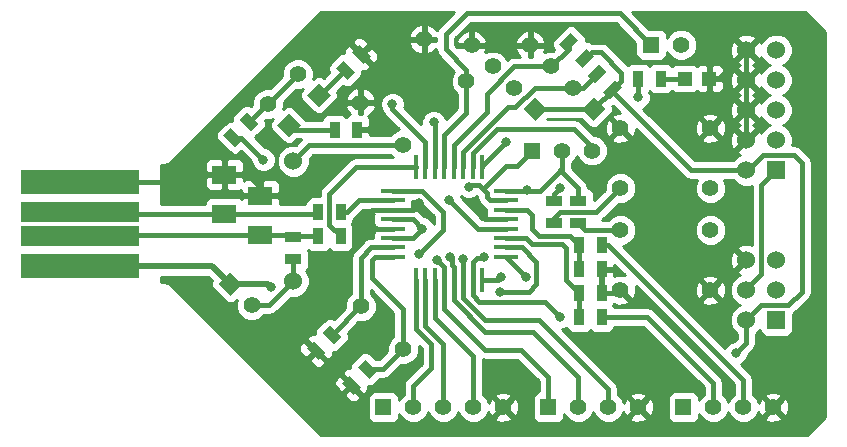
<source format=gtl>
G04 (created by PCBNEW-RS274X (2012-jan-04)-stable) date Пт. 17 авг. 2012 15:46:30*
G01*
G70*
G90*
%MOIN*%
G04 Gerber Fmt 3.4, Leading zero omitted, Abs format*
%FSLAX34Y34*%
G04 APERTURE LIST*
%ADD10C,0.006000*%
%ADD11R,0.078700X0.017700*%
%ADD12R,0.017700X0.078700*%
%ADD13C,0.055000*%
%ADD14R,0.055000X0.035000*%
%ADD15R,0.035000X0.055000*%
%ADD16R,0.055000X0.055000*%
%ADD17C,0.060000*%
%ADD18R,0.060000X0.060000*%
%ADD19R,0.047200X0.047200*%
%ADD20C,0.056000*%
%ADD21R,0.393700X0.066900*%
%ADD22R,0.393700X0.078700*%
%ADD23R,0.080000X0.060000*%
%ADD24C,0.031500*%
%ADD25C,0.019700*%
%ADD26C,0.015700*%
%ADD27C,0.010000*%
G04 APERTURE END LIST*
G54D10*
G54D11*
X60304Y-45493D03*
X60304Y-45178D03*
X60304Y-44863D03*
X60304Y-44548D03*
X60304Y-44233D03*
X60304Y-43918D03*
X60304Y-43603D03*
X60304Y-43288D03*
X64070Y-43290D03*
X64070Y-45500D03*
X64070Y-45180D03*
X64070Y-44860D03*
X64070Y-44550D03*
X64070Y-44230D03*
X64070Y-43920D03*
X64070Y-43600D03*
G54D12*
X61088Y-42500D03*
X61402Y-42500D03*
X61718Y-42500D03*
X62032Y-42500D03*
X62348Y-42500D03*
X62662Y-42500D03*
X62978Y-42500D03*
X63292Y-42500D03*
X61090Y-46280D03*
X61400Y-46280D03*
X61720Y-46280D03*
X62030Y-46280D03*
X62340Y-46280D03*
X62660Y-46280D03*
X62980Y-46280D03*
X63300Y-46280D03*
G54D13*
X70900Y-44600D03*
X70900Y-46600D03*
X67900Y-44600D03*
X67900Y-46600D03*
X67900Y-43200D03*
X67900Y-41200D03*
X70900Y-43200D03*
X70900Y-41200D03*
X61354Y-38232D03*
X62768Y-39646D03*
X59232Y-40354D03*
X60646Y-41768D03*
G54D14*
X65700Y-44375D03*
X65700Y-43625D03*
X66500Y-44375D03*
X66500Y-43625D03*
G54D10*
G36*
X67958Y-39844D02*
X67569Y-40233D01*
X67322Y-39986D01*
X67711Y-39597D01*
X67958Y-39844D01*
X67958Y-39844D01*
G37*
G36*
X67428Y-39314D02*
X67039Y-39703D01*
X66792Y-39456D01*
X67181Y-39067D01*
X67428Y-39314D01*
X67428Y-39314D01*
G37*
G36*
X67033Y-38794D02*
X66644Y-39183D01*
X66397Y-38936D01*
X66786Y-38547D01*
X67033Y-38794D01*
X67033Y-38794D01*
G37*
G36*
X66503Y-38264D02*
X66114Y-38653D01*
X65867Y-38406D01*
X66256Y-38017D01*
X66503Y-38264D01*
X66503Y-38264D01*
G37*
G54D15*
X58575Y-44800D03*
X57825Y-44800D03*
X58575Y-44000D03*
X57825Y-44000D03*
G54D14*
X57000Y-45575D03*
X57000Y-44825D03*
G54D10*
G36*
X59194Y-38417D02*
X59583Y-38806D01*
X59336Y-39053D01*
X58947Y-38664D01*
X59194Y-38417D01*
X59194Y-38417D01*
G37*
G36*
X58664Y-38947D02*
X59053Y-39336D01*
X58806Y-39583D01*
X58417Y-39194D01*
X58664Y-38947D01*
X58664Y-38947D01*
G37*
G54D15*
X59125Y-41250D03*
X58375Y-41250D03*
G54D10*
G36*
X55056Y-41833D02*
X54667Y-41444D01*
X54914Y-41197D01*
X55303Y-41586D01*
X55056Y-41833D01*
X55056Y-41833D01*
G37*
G36*
X55586Y-41303D02*
X55197Y-40914D01*
X55444Y-40667D01*
X55833Y-41056D01*
X55586Y-41303D01*
X55586Y-41303D01*
G37*
G36*
X58219Y-47767D02*
X58608Y-48156D01*
X58361Y-48403D01*
X57972Y-48014D01*
X58219Y-47767D01*
X58219Y-47767D01*
G37*
G36*
X57689Y-48297D02*
X58078Y-48686D01*
X57831Y-48933D01*
X57442Y-48544D01*
X57689Y-48297D01*
X57689Y-48297D01*
G37*
G36*
X59394Y-48917D02*
X59783Y-49306D01*
X59536Y-49553D01*
X59147Y-49164D01*
X59394Y-48917D01*
X59394Y-48917D01*
G37*
G36*
X58864Y-49447D02*
X59253Y-49836D01*
X59006Y-50083D01*
X58617Y-49694D01*
X58864Y-49447D01*
X58864Y-49447D01*
G37*
G54D15*
X69250Y-39550D03*
X68500Y-39550D03*
G54D10*
G36*
X65450Y-40561D02*
X65061Y-40950D01*
X64672Y-40561D01*
X65061Y-40172D01*
X65450Y-40561D01*
X65450Y-40561D01*
G37*
G54D13*
X64354Y-39854D03*
X63646Y-39146D03*
X62939Y-38439D03*
G54D16*
X65500Y-50500D03*
G54D13*
X66500Y-50500D03*
X67500Y-50500D03*
X68500Y-50500D03*
G54D10*
G36*
X58243Y-40104D02*
X57854Y-40493D01*
X57465Y-40104D01*
X57854Y-39715D01*
X58243Y-40104D01*
X58243Y-40104D01*
G37*
G54D13*
X57146Y-39396D03*
G54D16*
X68925Y-38425D03*
G54D13*
X69925Y-38425D03*
G54D10*
G36*
X57243Y-41104D02*
X56854Y-41493D01*
X56465Y-41104D01*
X56854Y-40715D01*
X57243Y-41104D01*
X57243Y-41104D01*
G37*
G54D13*
X56146Y-40396D03*
G54D17*
X57000Y-42300D03*
X57000Y-46300D03*
G54D18*
X73100Y-42600D03*
G54D17*
X72100Y-42600D03*
X73100Y-41600D03*
X72100Y-41600D03*
X73100Y-40600D03*
X72100Y-40600D03*
X73100Y-39600D03*
X72100Y-39600D03*
X73100Y-38600D03*
X72100Y-38600D03*
G54D18*
X73100Y-47600D03*
G54D17*
X72100Y-47600D03*
X73100Y-46600D03*
X72100Y-46600D03*
X73100Y-45600D03*
X72100Y-45600D03*
G54D19*
X70037Y-39550D03*
X70863Y-39550D03*
G54D20*
X60657Y-48557D03*
X59243Y-47143D03*
G54D10*
G36*
X51858Y-45407D02*
X51858Y-46193D01*
X47922Y-46193D01*
X47922Y-45407D01*
X51858Y-45407D01*
X51858Y-45407D01*
G37*
G36*
X51858Y-44466D02*
X51858Y-45134D01*
X47922Y-45134D01*
X47922Y-44466D01*
X51858Y-44466D01*
X51858Y-44466D01*
G37*
G54D21*
X49890Y-44000D03*
G54D22*
X49890Y-43000D03*
G54D16*
X64950Y-41950D03*
G54D13*
X65950Y-41950D03*
X66950Y-41950D03*
G54D10*
G36*
X67400Y-40561D02*
X67011Y-40950D01*
X66622Y-40561D01*
X67011Y-40172D01*
X67400Y-40561D01*
X67400Y-40561D01*
G37*
G54D13*
X66304Y-39854D03*
X65596Y-39146D03*
X64889Y-38439D03*
G54D10*
G36*
X54507Y-46396D02*
X54896Y-46007D01*
X55285Y-46396D01*
X54896Y-46785D01*
X54507Y-46396D01*
X54507Y-46396D01*
G37*
G54D13*
X55604Y-47104D03*
G54D23*
X54700Y-42750D03*
X54700Y-44050D03*
X55900Y-43450D03*
X55900Y-44750D03*
G54D15*
X66525Y-46700D03*
X67275Y-46700D03*
X66525Y-45900D03*
X67275Y-45900D03*
X67275Y-47500D03*
X66525Y-47500D03*
X67275Y-45100D03*
X66525Y-45100D03*
G54D16*
X70000Y-50500D03*
G54D13*
X71000Y-50500D03*
X72000Y-50500D03*
X73000Y-50500D03*
G54D16*
X60000Y-50500D03*
G54D13*
X61000Y-50500D03*
X62000Y-50500D03*
X63000Y-50500D03*
X64000Y-50500D03*
G54D24*
X56250Y-46500D03*
X62850Y-43150D03*
X65900Y-43200D03*
X63925Y-46175D03*
X63350Y-45500D03*
X65900Y-47500D03*
X61800Y-45600D03*
X62225Y-45500D03*
X62650Y-45575D03*
X64750Y-46150D03*
X64800Y-43275D03*
X61675Y-41000D03*
X60300Y-40400D03*
X61200Y-43700D03*
X59300Y-44550D03*
X63100Y-43650D03*
X64075Y-41675D03*
X68500Y-40175D03*
X62200Y-43600D03*
X61200Y-45400D03*
X63900Y-46650D03*
X61300Y-44550D03*
X56000Y-42250D03*
X71750Y-48700D03*
G54D25*
X54896Y-46396D02*
X56146Y-46396D01*
X49890Y-45800D02*
X54300Y-45800D01*
G54D26*
X54300Y-45800D02*
X54896Y-46396D01*
G54D25*
X56146Y-46396D02*
X56250Y-46500D01*
X54300Y-45800D02*
X54896Y-46396D01*
G54D26*
X64070Y-44860D02*
X64760Y-44860D01*
X66100Y-45200D02*
X66100Y-46275D01*
X66525Y-46700D02*
X66525Y-47500D01*
X64960Y-45060D02*
X65960Y-45060D01*
X66100Y-46275D02*
X66525Y-46700D01*
X65960Y-45060D02*
X66100Y-45200D01*
X64760Y-44860D02*
X64960Y-45060D01*
X64070Y-43920D02*
X64770Y-43920D01*
X66525Y-45100D02*
X66525Y-45900D01*
X64770Y-43920D02*
X64950Y-44100D01*
X64950Y-44100D02*
X64950Y-44550D01*
X64950Y-44550D02*
X65200Y-44800D01*
X65200Y-44800D02*
X66225Y-44800D01*
X66225Y-44800D02*
X66350Y-44925D01*
X66350Y-44925D02*
X66525Y-45100D01*
X63325Y-43225D02*
X64100Y-42450D01*
X64450Y-42450D02*
X64950Y-41950D01*
X62850Y-43150D02*
X62900Y-43100D01*
X63450Y-43500D02*
X63550Y-43600D01*
X63450Y-43350D02*
X63450Y-43500D01*
X63200Y-43100D02*
X63325Y-43225D01*
X63325Y-43225D02*
X63450Y-43350D01*
X62900Y-43100D02*
X63200Y-43100D01*
X65700Y-43400D02*
X65900Y-43200D01*
X63550Y-43600D02*
X64070Y-43600D01*
X64100Y-42450D02*
X64450Y-42450D01*
X65700Y-43625D02*
X65700Y-43400D01*
X61088Y-42500D02*
X59100Y-42500D01*
X58200Y-43400D02*
X58200Y-44425D01*
X58200Y-44425D02*
X58575Y-44800D01*
X59100Y-42500D02*
X58200Y-43400D01*
X58800Y-44000D02*
X59197Y-43603D01*
X59197Y-43603D02*
X60304Y-43603D01*
X58575Y-44000D02*
X58800Y-44000D01*
X63820Y-46280D02*
X63300Y-46280D01*
X63925Y-46175D02*
X63820Y-46280D01*
X63200Y-47000D02*
X63600Y-47000D01*
X63600Y-47000D02*
X65400Y-47000D01*
X62980Y-45670D02*
X62980Y-46280D01*
X65400Y-47000D02*
X65900Y-47500D01*
X62980Y-46280D02*
X62980Y-46780D01*
X62980Y-46780D02*
X63200Y-47000D01*
X72100Y-46600D02*
X72100Y-46550D01*
X72600Y-46050D02*
X72600Y-43100D01*
X63350Y-45500D02*
X63325Y-45525D01*
X63325Y-45525D02*
X63125Y-45525D01*
X72100Y-46550D02*
X72600Y-46050D01*
X72600Y-43100D02*
X73100Y-42600D01*
X63125Y-45525D02*
X62980Y-45670D01*
X62030Y-45830D02*
X61800Y-45600D01*
X62030Y-47230D02*
X63400Y-48600D01*
X62030Y-46280D02*
X62030Y-45830D01*
X63400Y-48600D02*
X64600Y-48600D01*
X62030Y-46280D02*
X62030Y-47230D01*
X65500Y-49500D02*
X65500Y-50500D01*
X64600Y-48600D02*
X65500Y-49500D01*
X62275Y-45750D02*
X62340Y-45815D01*
X62340Y-46940D02*
X62340Y-46280D01*
X62225Y-45500D02*
X62275Y-45550D01*
X66500Y-49500D02*
X65000Y-48000D01*
X63400Y-48000D02*
X62340Y-46940D01*
X65000Y-48000D02*
X63400Y-48000D01*
X62340Y-45815D02*
X62340Y-46280D01*
X66500Y-50500D02*
X66500Y-49500D01*
X62275Y-45550D02*
X62275Y-45750D01*
X62660Y-46280D02*
X62660Y-46860D01*
X62660Y-45585D02*
X62650Y-45575D01*
X67500Y-49900D02*
X67500Y-50500D01*
X62660Y-46860D02*
X63400Y-47600D01*
X62660Y-46280D02*
X62660Y-45585D01*
X63400Y-47600D02*
X65200Y-47600D01*
X65200Y-47600D02*
X67500Y-49900D01*
X64100Y-45500D02*
X64750Y-46150D01*
X64070Y-45500D02*
X64100Y-45500D01*
X62075Y-38075D02*
X62775Y-37375D01*
X62775Y-37375D02*
X67875Y-37375D01*
X62768Y-39646D02*
X62768Y-39268D01*
X62768Y-40682D02*
X62768Y-39646D01*
X67875Y-37375D02*
X68925Y-38425D01*
X62075Y-38575D02*
X62075Y-38075D01*
X60018Y-41768D02*
X57532Y-41768D01*
X62032Y-41418D02*
X62768Y-40682D01*
X62032Y-42500D02*
X62032Y-41418D01*
X57532Y-41768D02*
X57000Y-42300D01*
X60146Y-41768D02*
X60018Y-41768D01*
X62768Y-39268D02*
X62075Y-38575D01*
X60646Y-41768D02*
X60018Y-41768D01*
X64800Y-43290D02*
X64800Y-43275D01*
X65210Y-43290D02*
X65950Y-42550D01*
X65950Y-42550D02*
X65950Y-41950D01*
X64070Y-43290D02*
X64800Y-43290D01*
X64800Y-43290D02*
X65210Y-43290D01*
X65900Y-42600D02*
X65950Y-42550D01*
X66500Y-43200D02*
X65900Y-42600D01*
X66500Y-43625D02*
X66500Y-43200D01*
X64800Y-43275D02*
X64800Y-43290D01*
X64800Y-43275D02*
X64800Y-43290D01*
X61718Y-41043D02*
X61675Y-41000D01*
X61718Y-42500D02*
X61718Y-41043D01*
X63450Y-40050D02*
X64354Y-39146D01*
X63450Y-40650D02*
X63450Y-40050D01*
X66185Y-38335D02*
X66185Y-38557D01*
X62348Y-42500D02*
X62348Y-41752D01*
X62348Y-41752D02*
X63450Y-40650D01*
X66185Y-38557D02*
X65596Y-39146D01*
X64354Y-39146D02*
X65596Y-39146D01*
X64400Y-40500D02*
X65046Y-39854D01*
X64150Y-40500D02*
X64400Y-40500D01*
X66304Y-39854D02*
X66641Y-39854D01*
X66641Y-39854D02*
X67110Y-39385D01*
X62662Y-42500D02*
X62662Y-41988D01*
X62662Y-41988D02*
X64150Y-40500D01*
X65046Y-39854D02*
X66304Y-39854D01*
X66950Y-41825D02*
X66950Y-41950D01*
X63793Y-41225D02*
X66350Y-41225D01*
X62978Y-42500D02*
X62978Y-42040D01*
X62978Y-42040D02*
X63793Y-41225D01*
X66350Y-41225D02*
X66950Y-41825D01*
X60300Y-40550D02*
X60300Y-40400D01*
X61402Y-41652D02*
X60300Y-40550D01*
X61402Y-42500D02*
X61402Y-41652D01*
X64070Y-44230D02*
X63380Y-44230D01*
X55900Y-43450D02*
X55900Y-43150D01*
X63100Y-43950D02*
X63100Y-43650D01*
X58935Y-49765D02*
X58910Y-49765D01*
X53500Y-43000D02*
X49890Y-43000D01*
X59632Y-43918D02*
X59300Y-44250D01*
X54700Y-42750D02*
X53750Y-42750D01*
X55500Y-42750D02*
X54700Y-42750D01*
X63380Y-44230D02*
X63100Y-43950D01*
X58910Y-49765D02*
X57760Y-48615D01*
X53750Y-42750D02*
X53500Y-43000D01*
X60982Y-43918D02*
X61200Y-43700D01*
X71150Y-39550D02*
X72100Y-38600D01*
X72100Y-40600D02*
X72100Y-39600D01*
X72100Y-40600D02*
X72100Y-41600D01*
X72100Y-41600D02*
X72100Y-38600D01*
X72100Y-39600D02*
X72100Y-38600D01*
X67275Y-46700D02*
X67800Y-46700D01*
X59300Y-44250D02*
X59300Y-44550D01*
X60304Y-43918D02*
X59632Y-43918D01*
X59302Y-44548D02*
X59300Y-44550D01*
X60304Y-43918D02*
X60982Y-43918D01*
X55900Y-43150D02*
X55500Y-42750D01*
X70863Y-39550D02*
X71150Y-39550D01*
X60304Y-44548D02*
X59302Y-44548D01*
X67800Y-46700D02*
X67900Y-46600D01*
X57854Y-40104D02*
X57896Y-40104D01*
X57896Y-40104D02*
X58735Y-39265D01*
X57000Y-41250D02*
X56854Y-41104D01*
X58375Y-41250D02*
X57000Y-41250D01*
X67500Y-45100D02*
X72000Y-49600D01*
X67275Y-45100D02*
X67500Y-45100D01*
X72000Y-49600D02*
X72000Y-50500D01*
X67275Y-47500D02*
X68800Y-47500D01*
X71000Y-49700D02*
X71000Y-50500D01*
X68800Y-47500D02*
X71000Y-49700D01*
X59243Y-47143D02*
X59232Y-47143D01*
X59243Y-47143D02*
X59243Y-45532D01*
X59243Y-45532D02*
X59597Y-45178D01*
X59597Y-45178D02*
X60304Y-45178D01*
X59232Y-47143D02*
X58290Y-48085D01*
X59465Y-49235D02*
X59979Y-49235D01*
X59625Y-46200D02*
X60657Y-47232D01*
X60304Y-45493D02*
X59732Y-45493D01*
X59732Y-45493D02*
X59625Y-45600D01*
X59625Y-45600D02*
X59625Y-46200D01*
X60657Y-47232D02*
X60657Y-48557D01*
X59979Y-49235D02*
X60657Y-48557D01*
X61720Y-47520D02*
X61720Y-46280D01*
X63000Y-48800D02*
X61720Y-47520D01*
X63000Y-50500D02*
X63000Y-48800D01*
X61600Y-48400D02*
X61090Y-47890D01*
X61000Y-50500D02*
X61000Y-49800D01*
X61000Y-49800D02*
X61600Y-49200D01*
X61600Y-49200D02*
X61600Y-48400D01*
X61090Y-47890D02*
X61090Y-46280D01*
X63292Y-42458D02*
X64075Y-41675D01*
X63292Y-42500D02*
X63292Y-42458D01*
X68500Y-40175D02*
X68500Y-39550D01*
X69250Y-39550D02*
X70037Y-39550D01*
X65700Y-44200D02*
X65900Y-44000D01*
X65900Y-44000D02*
X67100Y-44000D01*
X67100Y-44000D02*
X67900Y-43200D01*
X65700Y-44375D02*
X65700Y-44200D01*
X67900Y-44600D02*
X66725Y-44600D01*
X66725Y-44600D02*
X66500Y-44375D01*
X64070Y-44550D02*
X63150Y-44550D01*
X63150Y-44550D02*
X62200Y-43600D01*
X54700Y-44050D02*
X57775Y-44050D01*
X57775Y-44050D02*
X57825Y-44000D01*
X54700Y-44050D02*
X51390Y-44050D01*
X51390Y-44050D02*
X49890Y-44000D01*
X62000Y-48400D02*
X62000Y-50500D01*
X61400Y-46280D02*
X61400Y-47800D01*
X61400Y-47800D02*
X62000Y-48400D01*
X62000Y-44600D02*
X61200Y-45400D01*
X62000Y-44000D02*
X62000Y-44600D01*
X60304Y-43288D02*
X61288Y-43288D01*
X61288Y-43288D02*
X62000Y-44000D01*
X55900Y-44750D02*
X56925Y-44750D01*
X57825Y-44800D02*
X57025Y-44800D01*
X51390Y-44750D02*
X49890Y-44800D01*
X56975Y-44750D02*
X55900Y-44750D01*
X57025Y-44800D02*
X56975Y-44750D01*
X55900Y-44750D02*
X51390Y-44750D01*
X56925Y-44750D02*
X57000Y-44825D01*
X56104Y-40396D02*
X55515Y-40985D01*
X56146Y-40396D02*
X56104Y-40396D01*
X57146Y-39396D02*
X56146Y-40396D01*
X65100Y-45650D02*
X65100Y-45850D01*
X73700Y-42100D02*
X73950Y-42350D01*
X64630Y-45180D02*
X65100Y-45650D01*
X73950Y-46650D02*
X73500Y-47100D01*
X64070Y-45180D02*
X64630Y-45180D01*
X65100Y-46400D02*
X64850Y-46650D01*
X64850Y-46650D02*
X63900Y-46650D01*
X73950Y-42350D02*
X73950Y-46650D01*
X72100Y-42600D02*
X72150Y-42600D01*
X72650Y-42100D02*
X73700Y-42100D01*
X66950Y-38675D02*
X67250Y-38675D01*
X72150Y-42600D02*
X72650Y-42100D01*
X72100Y-42600D02*
X70250Y-42600D01*
X73500Y-47100D02*
X72600Y-47100D01*
X72600Y-47100D02*
X72100Y-47600D01*
X65100Y-45850D02*
X65100Y-46400D01*
X70250Y-42600D02*
X67640Y-39990D01*
X67640Y-39990D02*
X67640Y-39915D01*
X67011Y-40561D02*
X65061Y-40561D01*
X67011Y-40561D02*
X67011Y-40544D01*
X61300Y-44550D02*
X61075Y-44775D01*
X67925Y-39630D02*
X67640Y-39915D01*
X72100Y-47600D02*
X72100Y-48350D01*
X66760Y-38865D02*
X66950Y-38675D01*
X60975Y-44875D02*
X60316Y-44875D01*
X57000Y-45575D02*
X57000Y-46300D01*
X60316Y-44875D02*
X60304Y-44863D01*
X72100Y-48350D02*
X71750Y-48700D01*
X61075Y-44775D02*
X60975Y-44875D01*
X66715Y-38865D02*
X66760Y-38865D01*
X67250Y-38675D02*
X67925Y-39350D01*
X67925Y-39350D02*
X67925Y-39630D01*
X55604Y-47104D02*
X56196Y-47104D01*
X56196Y-47104D02*
X57000Y-46300D01*
X55265Y-41515D02*
X56000Y-42250D01*
X60983Y-44233D02*
X61300Y-44550D01*
X67011Y-40544D02*
X67640Y-39915D01*
X60304Y-44233D02*
X60983Y-44233D01*
X54985Y-41515D02*
X55265Y-41515D01*
G54D10*
G36*
X61672Y-44388D02*
X61644Y-44321D01*
X61531Y-44206D01*
X61381Y-44144D01*
X61358Y-44144D01*
X61215Y-44001D01*
X61109Y-43930D01*
X60983Y-43905D01*
X60947Y-43905D01*
X60947Y-43818D01*
X60941Y-43818D01*
X60946Y-43813D01*
X60946Y-43780D01*
X60937Y-43760D01*
X60946Y-43741D01*
X60946Y-43642D01*
X60946Y-43616D01*
X61152Y-43616D01*
X61672Y-44136D01*
X61672Y-44388D01*
X61672Y-44388D01*
G37*
G54D27*
X61672Y-44388D02*
X61644Y-44321D01*
X61531Y-44206D01*
X61381Y-44144D01*
X61358Y-44144D01*
X61215Y-44001D01*
X61109Y-43930D01*
X60983Y-43905D01*
X60947Y-43905D01*
X60947Y-43818D01*
X60941Y-43818D01*
X60946Y-43813D01*
X60946Y-43780D01*
X60937Y-43760D01*
X60946Y-43741D01*
X60946Y-43642D01*
X60946Y-43616D01*
X61152Y-43616D01*
X61672Y-44136D01*
X61672Y-44388D01*
G54D10*
G36*
X62440Y-40546D02*
X62076Y-40909D01*
X62019Y-40771D01*
X61906Y-40656D01*
X61756Y-40594D01*
X61595Y-40594D01*
X61446Y-40656D01*
X61331Y-40769D01*
X61304Y-40834D01*
X61304Y-38692D01*
X61304Y-38282D01*
X61304Y-38182D01*
X61304Y-37772D01*
X61223Y-37724D01*
X61039Y-37813D01*
X60903Y-37965D01*
X60846Y-38101D01*
X60894Y-38182D01*
X61304Y-38182D01*
X61304Y-38282D01*
X60894Y-38282D01*
X60846Y-38363D01*
X60935Y-38547D01*
X61087Y-38683D01*
X61223Y-38740D01*
X61304Y-38692D01*
X61304Y-40834D01*
X61269Y-40919D01*
X61269Y-41055D01*
X60702Y-40488D01*
X60706Y-40481D01*
X60706Y-40320D01*
X60644Y-40171D01*
X60531Y-40056D01*
X60381Y-39994D01*
X60220Y-39994D01*
X60071Y-40056D01*
X59956Y-40169D01*
X59894Y-40319D01*
X59894Y-40480D01*
X59956Y-40629D01*
X59995Y-40669D01*
X59997Y-40676D01*
X60068Y-40782D01*
X60532Y-41246D01*
X60349Y-41323D01*
X60231Y-41440D01*
X60146Y-41440D01*
X60018Y-41440D01*
X59832Y-41440D01*
X59832Y-38855D01*
X59832Y-38756D01*
X59795Y-38665D01*
X59725Y-38595D01*
X59645Y-38514D01*
X59557Y-38514D01*
X59486Y-38585D01*
X59486Y-38443D01*
X59486Y-38355D01*
X59405Y-38275D01*
X59335Y-38205D01*
X59244Y-38168D01*
X59145Y-38168D01*
X59053Y-38206D01*
X58973Y-38285D01*
X58973Y-38372D01*
X59265Y-38664D01*
X59486Y-38443D01*
X59486Y-38585D01*
X59336Y-38735D01*
X59628Y-39027D01*
X59715Y-39027D01*
X59794Y-38947D01*
X59832Y-38855D01*
X59832Y-41440D01*
X59549Y-41440D01*
X59550Y-41362D01*
X59488Y-41300D01*
X59225Y-41300D01*
X59175Y-41300D01*
X59075Y-41300D01*
X59075Y-41200D01*
X59175Y-41200D01*
X59225Y-41200D01*
X59488Y-41200D01*
X59550Y-41138D01*
X59549Y-41024D01*
X59549Y-40925D01*
X59511Y-40834D01*
X59481Y-40804D01*
X59547Y-40773D01*
X59683Y-40621D01*
X59740Y-40485D01*
X59740Y-40223D01*
X59651Y-40039D01*
X59499Y-39903D01*
X59363Y-39846D01*
X59282Y-39894D01*
X59282Y-40304D01*
X59692Y-40304D01*
X59740Y-40223D01*
X59740Y-40485D01*
X59692Y-40404D01*
X59282Y-40404D01*
X59282Y-40725D01*
X59237Y-40725D01*
X59225Y-40737D01*
X59225Y-40725D01*
X59182Y-40725D01*
X59182Y-40404D01*
X59182Y-40304D01*
X59182Y-39894D01*
X59101Y-39846D01*
X58917Y-39935D01*
X58781Y-40087D01*
X58724Y-40223D01*
X58772Y-40304D01*
X59182Y-40304D01*
X59182Y-40404D01*
X58772Y-40404D01*
X58724Y-40485D01*
X58813Y-40669D01*
X58884Y-40732D01*
X58809Y-40764D01*
X58750Y-40823D01*
X58691Y-40764D01*
X58600Y-40726D01*
X58501Y-40726D01*
X58151Y-40726D01*
X58059Y-40764D01*
X57989Y-40834D01*
X57952Y-40922D01*
X57413Y-40922D01*
X57384Y-40893D01*
X56995Y-40504D01*
X56903Y-40466D01*
X56805Y-40466D01*
X56713Y-40504D01*
X56643Y-40574D01*
X56639Y-40577D01*
X56671Y-40501D01*
X56671Y-40335D01*
X57085Y-39921D01*
X57250Y-39921D01*
X57328Y-39888D01*
X57254Y-39963D01*
X57216Y-40055D01*
X57216Y-40153D01*
X57254Y-40245D01*
X57324Y-40315D01*
X57713Y-40704D01*
X57805Y-40742D01*
X57903Y-40742D01*
X57995Y-40704D01*
X58065Y-40634D01*
X58454Y-40245D01*
X58492Y-40153D01*
X58492Y-40055D01*
X58467Y-39996D01*
X58668Y-39795D01*
X58756Y-39832D01*
X58855Y-39832D01*
X58946Y-39795D01*
X59016Y-39725D01*
X59264Y-39477D01*
X59302Y-39385D01*
X59302Y-39302D01*
X59385Y-39302D01*
X59477Y-39264D01*
X59557Y-39185D01*
X59557Y-39098D01*
X59300Y-38841D01*
X59265Y-38806D01*
X59194Y-38735D01*
X59159Y-38700D01*
X58902Y-38443D01*
X58815Y-38443D01*
X58736Y-38523D01*
X58698Y-38615D01*
X58698Y-38698D01*
X58615Y-38698D01*
X58524Y-38735D01*
X58454Y-38805D01*
X58206Y-39053D01*
X58168Y-39145D01*
X58168Y-39244D01*
X58203Y-39332D01*
X58013Y-39522D01*
X57995Y-39504D01*
X57903Y-39466D01*
X57805Y-39466D01*
X57713Y-39504D01*
X57643Y-39574D01*
X57639Y-39577D01*
X57671Y-39501D01*
X57671Y-39292D01*
X57591Y-39099D01*
X57444Y-38951D01*
X57251Y-38871D01*
X57042Y-38871D01*
X56849Y-38951D01*
X56701Y-39098D01*
X56621Y-39291D01*
X56621Y-39457D01*
X56207Y-39871D01*
X56042Y-39871D01*
X55849Y-39951D01*
X55701Y-40098D01*
X55621Y-40291D01*
X55621Y-40415D01*
X55581Y-40454D01*
X55494Y-40418D01*
X55395Y-40418D01*
X55304Y-40455D01*
X55234Y-40525D01*
X54986Y-40773D01*
X54948Y-40865D01*
X54948Y-40948D01*
X54865Y-40948D01*
X54774Y-40985D01*
X54704Y-41055D01*
X54456Y-41303D01*
X54418Y-41395D01*
X54418Y-41494D01*
X54455Y-41585D01*
X54525Y-41655D01*
X54914Y-42044D01*
X55006Y-42082D01*
X55105Y-42082D01*
X55196Y-42045D01*
X55263Y-41977D01*
X55594Y-42308D01*
X55594Y-42330D01*
X55656Y-42479D01*
X55769Y-42594D01*
X55919Y-42656D01*
X56080Y-42656D01*
X56229Y-42594D01*
X56344Y-42481D01*
X56406Y-42331D01*
X56406Y-42170D01*
X56344Y-42021D01*
X56231Y-41906D01*
X56081Y-41844D01*
X56058Y-41844D01*
X55727Y-41513D01*
X55796Y-41445D01*
X56044Y-41197D01*
X56082Y-41105D01*
X56082Y-41006D01*
X56047Y-40921D01*
X56250Y-40921D01*
X56328Y-40888D01*
X56254Y-40963D01*
X56216Y-41055D01*
X56216Y-41153D01*
X56254Y-41245D01*
X56324Y-41315D01*
X56713Y-41704D01*
X56805Y-41742D01*
X56903Y-41742D01*
X56995Y-41704D01*
X57065Y-41634D01*
X57121Y-41578D01*
X57258Y-41578D01*
X57085Y-41751D01*
X56891Y-41751D01*
X56689Y-41835D01*
X56535Y-41989D01*
X56451Y-42191D01*
X56451Y-42409D01*
X56535Y-42611D01*
X56689Y-42765D01*
X56891Y-42849D01*
X57109Y-42849D01*
X57311Y-42765D01*
X57465Y-42611D01*
X57549Y-42409D01*
X57549Y-42215D01*
X57668Y-42096D01*
X60018Y-42096D01*
X60146Y-42096D01*
X60231Y-42096D01*
X60307Y-42172D01*
X59100Y-42172D01*
X59099Y-42172D01*
X58974Y-42197D01*
X58868Y-42268D01*
X58865Y-42271D01*
X57968Y-43168D01*
X57897Y-43274D01*
X57872Y-43400D01*
X57872Y-43476D01*
X57601Y-43476D01*
X57509Y-43514D01*
X57439Y-43584D01*
X57401Y-43675D01*
X57401Y-43722D01*
X56549Y-43722D01*
X56550Y-43562D01*
X56550Y-43338D01*
X56549Y-43101D01*
X56511Y-43009D01*
X56441Y-42939D01*
X56350Y-42901D01*
X56251Y-42901D01*
X56012Y-42900D01*
X55950Y-42962D01*
X55950Y-43400D01*
X56488Y-43400D01*
X56550Y-43338D01*
X56550Y-43562D01*
X56488Y-43500D01*
X56000Y-43500D01*
X55950Y-43500D01*
X55850Y-43500D01*
X55850Y-43400D01*
X55850Y-42962D01*
X55788Y-42900D01*
X55549Y-42901D01*
X55450Y-42901D01*
X55359Y-42939D01*
X55349Y-42948D01*
X55350Y-42862D01*
X55350Y-42638D01*
X55349Y-42401D01*
X55311Y-42309D01*
X55241Y-42239D01*
X55150Y-42201D01*
X55051Y-42201D01*
X54812Y-42200D01*
X54750Y-42262D01*
X54750Y-42700D01*
X55288Y-42700D01*
X55350Y-42638D01*
X55350Y-42862D01*
X55288Y-42800D01*
X54750Y-42800D01*
X54750Y-43238D01*
X54812Y-43300D01*
X55051Y-43299D01*
X55150Y-43299D01*
X55241Y-43261D01*
X55250Y-43251D01*
X55250Y-43338D01*
X55312Y-43400D01*
X55850Y-43400D01*
X55850Y-43500D01*
X55800Y-43500D01*
X55312Y-43500D01*
X55257Y-43555D01*
X55241Y-43539D01*
X55150Y-43501D01*
X55051Y-43501D01*
X54650Y-43501D01*
X54650Y-43238D01*
X54650Y-42800D01*
X54650Y-42700D01*
X54650Y-42262D01*
X54588Y-42200D01*
X54349Y-42201D01*
X54250Y-42201D01*
X54159Y-42239D01*
X54089Y-42309D01*
X54051Y-42401D01*
X54050Y-42638D01*
X54112Y-42700D01*
X54650Y-42700D01*
X54650Y-42800D01*
X54112Y-42800D01*
X54050Y-42862D01*
X54051Y-43099D01*
X54089Y-43191D01*
X54159Y-43261D01*
X54250Y-43299D01*
X54349Y-43299D01*
X54588Y-43300D01*
X54650Y-43238D01*
X54650Y-43501D01*
X54251Y-43501D01*
X54159Y-43539D01*
X54089Y-43609D01*
X54051Y-43700D01*
X54051Y-43722D01*
X52600Y-43722D01*
X52600Y-42425D01*
X52700Y-42425D01*
X52824Y-42400D01*
X52930Y-42330D01*
X57934Y-37325D01*
X58750Y-37325D01*
X62361Y-37325D01*
X61843Y-37843D01*
X61781Y-37934D01*
X61773Y-37917D01*
X61621Y-37781D01*
X61485Y-37724D01*
X61404Y-37772D01*
X61404Y-38182D01*
X61747Y-38182D01*
X61747Y-38282D01*
X61404Y-38282D01*
X61404Y-38692D01*
X61485Y-38740D01*
X61669Y-38651D01*
X61747Y-38563D01*
X61747Y-38575D01*
X61772Y-38701D01*
X61843Y-38807D01*
X62353Y-39317D01*
X62323Y-39348D01*
X62243Y-39541D01*
X62243Y-39750D01*
X62323Y-39943D01*
X62440Y-40060D01*
X62440Y-40546D01*
X62440Y-40546D01*
G37*
G54D27*
X62440Y-40546D02*
X62076Y-40909D01*
X62019Y-40771D01*
X61906Y-40656D01*
X61756Y-40594D01*
X61595Y-40594D01*
X61446Y-40656D01*
X61331Y-40769D01*
X61304Y-40834D01*
X61304Y-38692D01*
X61304Y-38282D01*
X61304Y-38182D01*
X61304Y-37772D01*
X61223Y-37724D01*
X61039Y-37813D01*
X60903Y-37965D01*
X60846Y-38101D01*
X60894Y-38182D01*
X61304Y-38182D01*
X61304Y-38282D01*
X60894Y-38282D01*
X60846Y-38363D01*
X60935Y-38547D01*
X61087Y-38683D01*
X61223Y-38740D01*
X61304Y-38692D01*
X61304Y-40834D01*
X61269Y-40919D01*
X61269Y-41055D01*
X60702Y-40488D01*
X60706Y-40481D01*
X60706Y-40320D01*
X60644Y-40171D01*
X60531Y-40056D01*
X60381Y-39994D01*
X60220Y-39994D01*
X60071Y-40056D01*
X59956Y-40169D01*
X59894Y-40319D01*
X59894Y-40480D01*
X59956Y-40629D01*
X59995Y-40669D01*
X59997Y-40676D01*
X60068Y-40782D01*
X60532Y-41246D01*
X60349Y-41323D01*
X60231Y-41440D01*
X60146Y-41440D01*
X60018Y-41440D01*
X59832Y-41440D01*
X59832Y-38855D01*
X59832Y-38756D01*
X59795Y-38665D01*
X59725Y-38595D01*
X59645Y-38514D01*
X59557Y-38514D01*
X59486Y-38585D01*
X59486Y-38443D01*
X59486Y-38355D01*
X59405Y-38275D01*
X59335Y-38205D01*
X59244Y-38168D01*
X59145Y-38168D01*
X59053Y-38206D01*
X58973Y-38285D01*
X58973Y-38372D01*
X59265Y-38664D01*
X59486Y-38443D01*
X59486Y-38585D01*
X59336Y-38735D01*
X59628Y-39027D01*
X59715Y-39027D01*
X59794Y-38947D01*
X59832Y-38855D01*
X59832Y-41440D01*
X59549Y-41440D01*
X59550Y-41362D01*
X59488Y-41300D01*
X59225Y-41300D01*
X59175Y-41300D01*
X59075Y-41300D01*
X59075Y-41200D01*
X59175Y-41200D01*
X59225Y-41200D01*
X59488Y-41200D01*
X59550Y-41138D01*
X59549Y-41024D01*
X59549Y-40925D01*
X59511Y-40834D01*
X59481Y-40804D01*
X59547Y-40773D01*
X59683Y-40621D01*
X59740Y-40485D01*
X59740Y-40223D01*
X59651Y-40039D01*
X59499Y-39903D01*
X59363Y-39846D01*
X59282Y-39894D01*
X59282Y-40304D01*
X59692Y-40304D01*
X59740Y-40223D01*
X59740Y-40485D01*
X59692Y-40404D01*
X59282Y-40404D01*
X59282Y-40725D01*
X59237Y-40725D01*
X59225Y-40737D01*
X59225Y-40725D01*
X59182Y-40725D01*
X59182Y-40404D01*
X59182Y-40304D01*
X59182Y-39894D01*
X59101Y-39846D01*
X58917Y-39935D01*
X58781Y-40087D01*
X58724Y-40223D01*
X58772Y-40304D01*
X59182Y-40304D01*
X59182Y-40404D01*
X58772Y-40404D01*
X58724Y-40485D01*
X58813Y-40669D01*
X58884Y-40732D01*
X58809Y-40764D01*
X58750Y-40823D01*
X58691Y-40764D01*
X58600Y-40726D01*
X58501Y-40726D01*
X58151Y-40726D01*
X58059Y-40764D01*
X57989Y-40834D01*
X57952Y-40922D01*
X57413Y-40922D01*
X57384Y-40893D01*
X56995Y-40504D01*
X56903Y-40466D01*
X56805Y-40466D01*
X56713Y-40504D01*
X56643Y-40574D01*
X56639Y-40577D01*
X56671Y-40501D01*
X56671Y-40335D01*
X57085Y-39921D01*
X57250Y-39921D01*
X57328Y-39888D01*
X57254Y-39963D01*
X57216Y-40055D01*
X57216Y-40153D01*
X57254Y-40245D01*
X57324Y-40315D01*
X57713Y-40704D01*
X57805Y-40742D01*
X57903Y-40742D01*
X57995Y-40704D01*
X58065Y-40634D01*
X58454Y-40245D01*
X58492Y-40153D01*
X58492Y-40055D01*
X58467Y-39996D01*
X58668Y-39795D01*
X58756Y-39832D01*
X58855Y-39832D01*
X58946Y-39795D01*
X59016Y-39725D01*
X59264Y-39477D01*
X59302Y-39385D01*
X59302Y-39302D01*
X59385Y-39302D01*
X59477Y-39264D01*
X59557Y-39185D01*
X59557Y-39098D01*
X59300Y-38841D01*
X59265Y-38806D01*
X59194Y-38735D01*
X59159Y-38700D01*
X58902Y-38443D01*
X58815Y-38443D01*
X58736Y-38523D01*
X58698Y-38615D01*
X58698Y-38698D01*
X58615Y-38698D01*
X58524Y-38735D01*
X58454Y-38805D01*
X58206Y-39053D01*
X58168Y-39145D01*
X58168Y-39244D01*
X58203Y-39332D01*
X58013Y-39522D01*
X57995Y-39504D01*
X57903Y-39466D01*
X57805Y-39466D01*
X57713Y-39504D01*
X57643Y-39574D01*
X57639Y-39577D01*
X57671Y-39501D01*
X57671Y-39292D01*
X57591Y-39099D01*
X57444Y-38951D01*
X57251Y-38871D01*
X57042Y-38871D01*
X56849Y-38951D01*
X56701Y-39098D01*
X56621Y-39291D01*
X56621Y-39457D01*
X56207Y-39871D01*
X56042Y-39871D01*
X55849Y-39951D01*
X55701Y-40098D01*
X55621Y-40291D01*
X55621Y-40415D01*
X55581Y-40454D01*
X55494Y-40418D01*
X55395Y-40418D01*
X55304Y-40455D01*
X55234Y-40525D01*
X54986Y-40773D01*
X54948Y-40865D01*
X54948Y-40948D01*
X54865Y-40948D01*
X54774Y-40985D01*
X54704Y-41055D01*
X54456Y-41303D01*
X54418Y-41395D01*
X54418Y-41494D01*
X54455Y-41585D01*
X54525Y-41655D01*
X54914Y-42044D01*
X55006Y-42082D01*
X55105Y-42082D01*
X55196Y-42045D01*
X55263Y-41977D01*
X55594Y-42308D01*
X55594Y-42330D01*
X55656Y-42479D01*
X55769Y-42594D01*
X55919Y-42656D01*
X56080Y-42656D01*
X56229Y-42594D01*
X56344Y-42481D01*
X56406Y-42331D01*
X56406Y-42170D01*
X56344Y-42021D01*
X56231Y-41906D01*
X56081Y-41844D01*
X56058Y-41844D01*
X55727Y-41513D01*
X55796Y-41445D01*
X56044Y-41197D01*
X56082Y-41105D01*
X56082Y-41006D01*
X56047Y-40921D01*
X56250Y-40921D01*
X56328Y-40888D01*
X56254Y-40963D01*
X56216Y-41055D01*
X56216Y-41153D01*
X56254Y-41245D01*
X56324Y-41315D01*
X56713Y-41704D01*
X56805Y-41742D01*
X56903Y-41742D01*
X56995Y-41704D01*
X57065Y-41634D01*
X57121Y-41578D01*
X57258Y-41578D01*
X57085Y-41751D01*
X56891Y-41751D01*
X56689Y-41835D01*
X56535Y-41989D01*
X56451Y-42191D01*
X56451Y-42409D01*
X56535Y-42611D01*
X56689Y-42765D01*
X56891Y-42849D01*
X57109Y-42849D01*
X57311Y-42765D01*
X57465Y-42611D01*
X57549Y-42409D01*
X57549Y-42215D01*
X57668Y-42096D01*
X60018Y-42096D01*
X60146Y-42096D01*
X60231Y-42096D01*
X60307Y-42172D01*
X59100Y-42172D01*
X59099Y-42172D01*
X58974Y-42197D01*
X58868Y-42268D01*
X58865Y-42271D01*
X57968Y-43168D01*
X57897Y-43274D01*
X57872Y-43400D01*
X57872Y-43476D01*
X57601Y-43476D01*
X57509Y-43514D01*
X57439Y-43584D01*
X57401Y-43675D01*
X57401Y-43722D01*
X56549Y-43722D01*
X56550Y-43562D01*
X56550Y-43338D01*
X56549Y-43101D01*
X56511Y-43009D01*
X56441Y-42939D01*
X56350Y-42901D01*
X56251Y-42901D01*
X56012Y-42900D01*
X55950Y-42962D01*
X55950Y-43400D01*
X56488Y-43400D01*
X56550Y-43338D01*
X56550Y-43562D01*
X56488Y-43500D01*
X56000Y-43500D01*
X55950Y-43500D01*
X55850Y-43500D01*
X55850Y-43400D01*
X55850Y-42962D01*
X55788Y-42900D01*
X55549Y-42901D01*
X55450Y-42901D01*
X55359Y-42939D01*
X55349Y-42948D01*
X55350Y-42862D01*
X55350Y-42638D01*
X55349Y-42401D01*
X55311Y-42309D01*
X55241Y-42239D01*
X55150Y-42201D01*
X55051Y-42201D01*
X54812Y-42200D01*
X54750Y-42262D01*
X54750Y-42700D01*
X55288Y-42700D01*
X55350Y-42638D01*
X55350Y-42862D01*
X55288Y-42800D01*
X54750Y-42800D01*
X54750Y-43238D01*
X54812Y-43300D01*
X55051Y-43299D01*
X55150Y-43299D01*
X55241Y-43261D01*
X55250Y-43251D01*
X55250Y-43338D01*
X55312Y-43400D01*
X55850Y-43400D01*
X55850Y-43500D01*
X55800Y-43500D01*
X55312Y-43500D01*
X55257Y-43555D01*
X55241Y-43539D01*
X55150Y-43501D01*
X55051Y-43501D01*
X54650Y-43501D01*
X54650Y-43238D01*
X54650Y-42800D01*
X54650Y-42700D01*
X54650Y-42262D01*
X54588Y-42200D01*
X54349Y-42201D01*
X54250Y-42201D01*
X54159Y-42239D01*
X54089Y-42309D01*
X54051Y-42401D01*
X54050Y-42638D01*
X54112Y-42700D01*
X54650Y-42700D01*
X54650Y-42800D01*
X54112Y-42800D01*
X54050Y-42862D01*
X54051Y-43099D01*
X54089Y-43191D01*
X54159Y-43261D01*
X54250Y-43299D01*
X54349Y-43299D01*
X54588Y-43300D01*
X54650Y-43238D01*
X54650Y-43501D01*
X54251Y-43501D01*
X54159Y-43539D01*
X54089Y-43609D01*
X54051Y-43700D01*
X54051Y-43722D01*
X52600Y-43722D01*
X52600Y-42425D01*
X52700Y-42425D01*
X52824Y-42400D01*
X52930Y-42330D01*
X57934Y-37325D01*
X58750Y-37325D01*
X62361Y-37325D01*
X61843Y-37843D01*
X61781Y-37934D01*
X61773Y-37917D01*
X61621Y-37781D01*
X61485Y-37724D01*
X61404Y-37772D01*
X61404Y-38182D01*
X61747Y-38182D01*
X61747Y-38282D01*
X61404Y-38282D01*
X61404Y-38692D01*
X61485Y-38740D01*
X61669Y-38651D01*
X61747Y-38563D01*
X61747Y-38575D01*
X61772Y-38701D01*
X61843Y-38807D01*
X62353Y-39317D01*
X62323Y-39348D01*
X62243Y-39541D01*
X62243Y-39750D01*
X62323Y-39943D01*
X62440Y-40060D01*
X62440Y-40546D01*
G54D10*
G36*
X63435Y-44074D02*
X63428Y-44092D01*
X63428Y-44125D01*
X63433Y-44130D01*
X63427Y-44130D01*
X63427Y-44222D01*
X63286Y-44222D01*
X62606Y-43542D01*
X62606Y-43520D01*
X62577Y-43451D01*
X62619Y-43494D01*
X62769Y-43556D01*
X62930Y-43556D01*
X63079Y-43494D01*
X63104Y-43468D01*
X63122Y-43485D01*
X63122Y-43500D01*
X63147Y-43626D01*
X63218Y-43732D01*
X63318Y-43832D01*
X63424Y-43903D01*
X63425Y-43903D01*
X63428Y-43903D01*
X63428Y-44057D01*
X63435Y-44074D01*
X63435Y-44074D01*
G37*
G54D27*
X63435Y-44074D02*
X63428Y-44092D01*
X63428Y-44125D01*
X63433Y-44130D01*
X63427Y-44130D01*
X63427Y-44222D01*
X63286Y-44222D01*
X62606Y-43542D01*
X62606Y-43520D01*
X62577Y-43451D01*
X62619Y-43494D01*
X62769Y-43556D01*
X62930Y-43556D01*
X63079Y-43494D01*
X63104Y-43468D01*
X63122Y-43485D01*
X63122Y-43500D01*
X63147Y-43626D01*
X63218Y-43732D01*
X63318Y-43832D01*
X63424Y-43903D01*
X63425Y-43903D01*
X63428Y-43903D01*
X63428Y-44057D01*
X63435Y-44074D01*
G54D10*
G36*
X68039Y-46103D02*
X67974Y-46081D01*
X67770Y-46092D01*
X67699Y-46121D01*
X67700Y-46012D01*
X67638Y-45950D01*
X67325Y-45950D01*
X67325Y-46237D01*
X67325Y-46363D01*
X67325Y-46600D01*
X67325Y-46650D01*
X67325Y-46750D01*
X67225Y-46750D01*
X67225Y-46650D01*
X67225Y-46600D01*
X67225Y-46363D01*
X67225Y-46237D01*
X67225Y-46000D01*
X67225Y-45950D01*
X67225Y-45850D01*
X67325Y-45850D01*
X67375Y-45850D01*
X67638Y-45850D01*
X67700Y-45788D01*
X67699Y-45763D01*
X68039Y-46103D01*
X68039Y-46103D01*
G37*
G54D27*
X68039Y-46103D02*
X67974Y-46081D01*
X67770Y-46092D01*
X67699Y-46121D01*
X67700Y-46012D01*
X67638Y-45950D01*
X67325Y-45950D01*
X67325Y-46237D01*
X67325Y-46363D01*
X67325Y-46600D01*
X67325Y-46650D01*
X67325Y-46750D01*
X67225Y-46750D01*
X67225Y-46650D01*
X67225Y-46600D01*
X67225Y-46363D01*
X67225Y-46237D01*
X67225Y-46000D01*
X67225Y-45950D01*
X67225Y-45850D01*
X67325Y-45850D01*
X67375Y-45850D01*
X67638Y-45850D01*
X67700Y-45788D01*
X67699Y-45763D01*
X68039Y-46103D01*
G54D10*
G36*
X71672Y-50085D02*
X71555Y-50202D01*
X71499Y-50335D01*
X71445Y-50203D01*
X71328Y-50085D01*
X71328Y-49700D01*
X71303Y-49575D01*
X71303Y-49574D01*
X71232Y-49468D01*
X69032Y-47268D01*
X68926Y-47197D01*
X68800Y-47172D01*
X67697Y-47172D01*
X67667Y-47100D01*
X67680Y-47068D01*
X67826Y-47119D01*
X68030Y-47108D01*
X68167Y-47052D01*
X68190Y-46961D01*
X67935Y-46706D01*
X67900Y-46671D01*
X67829Y-46600D01*
X67900Y-46529D01*
X67971Y-46600D01*
X68006Y-46635D01*
X68261Y-46890D01*
X68352Y-46867D01*
X68419Y-46674D01*
X68408Y-46472D01*
X71672Y-49736D01*
X71672Y-50085D01*
X71672Y-50085D01*
G37*
G54D27*
X71672Y-50085D02*
X71555Y-50202D01*
X71499Y-50335D01*
X71445Y-50203D01*
X71328Y-50085D01*
X71328Y-49700D01*
X71303Y-49575D01*
X71303Y-49574D01*
X71232Y-49468D01*
X69032Y-47268D01*
X68926Y-47197D01*
X68800Y-47172D01*
X67697Y-47172D01*
X67667Y-47100D01*
X67680Y-47068D01*
X67826Y-47119D01*
X68030Y-47108D01*
X68167Y-47052D01*
X68190Y-46961D01*
X67935Y-46706D01*
X67900Y-46671D01*
X67829Y-46600D01*
X67900Y-46529D01*
X67971Y-46600D01*
X68006Y-46635D01*
X68261Y-46890D01*
X68352Y-46867D01*
X68419Y-46674D01*
X68408Y-46472D01*
X71672Y-49736D01*
X71672Y-50085D01*
G54D10*
G36*
X72272Y-45089D02*
X72179Y-45057D01*
X71966Y-45068D01*
X71819Y-45128D01*
X71792Y-45222D01*
X72065Y-45494D01*
X72100Y-45529D01*
X72171Y-45600D01*
X72100Y-45671D01*
X72029Y-45741D01*
X72029Y-45600D01*
X71722Y-45292D01*
X71628Y-45319D01*
X71557Y-45521D01*
X71568Y-45734D01*
X71628Y-45881D01*
X71722Y-45908D01*
X72029Y-45600D01*
X72029Y-45741D01*
X71792Y-45978D01*
X71819Y-46072D01*
X71884Y-46095D01*
X71789Y-46135D01*
X71635Y-46289D01*
X71551Y-46491D01*
X71551Y-46709D01*
X71635Y-46911D01*
X71789Y-47065D01*
X71873Y-47100D01*
X71789Y-47135D01*
X71635Y-47289D01*
X71551Y-47491D01*
X71551Y-47709D01*
X71635Y-47911D01*
X71772Y-48048D01*
X71772Y-48214D01*
X71692Y-48294D01*
X71670Y-48294D01*
X71521Y-48356D01*
X71425Y-48450D01*
X71425Y-44705D01*
X71425Y-44496D01*
X71345Y-44303D01*
X71198Y-44155D01*
X71005Y-44075D01*
X70796Y-44075D01*
X70603Y-44155D01*
X70455Y-44302D01*
X70375Y-44495D01*
X70375Y-44704D01*
X70455Y-44897D01*
X70602Y-45045D01*
X70795Y-45125D01*
X71004Y-45125D01*
X71197Y-45045D01*
X71345Y-44898D01*
X71425Y-44705D01*
X71425Y-48450D01*
X71419Y-48456D01*
X71419Y-46674D01*
X71408Y-46470D01*
X71352Y-46333D01*
X71261Y-46310D01*
X71190Y-46381D01*
X71190Y-46239D01*
X71167Y-46148D01*
X70974Y-46081D01*
X70770Y-46092D01*
X70633Y-46148D01*
X70610Y-46239D01*
X70900Y-46529D01*
X71190Y-46239D01*
X71190Y-46381D01*
X70971Y-46600D01*
X71261Y-46890D01*
X71352Y-46867D01*
X71419Y-46674D01*
X71419Y-48456D01*
X71406Y-48469D01*
X71384Y-48520D01*
X71190Y-48326D01*
X71190Y-46961D01*
X70900Y-46671D01*
X70829Y-46742D01*
X70829Y-46600D01*
X70539Y-46310D01*
X70448Y-46333D01*
X70381Y-46526D01*
X70392Y-46730D01*
X70448Y-46867D01*
X70539Y-46890D01*
X70829Y-46600D01*
X70829Y-46742D01*
X70610Y-46961D01*
X70633Y-47052D01*
X70826Y-47119D01*
X71030Y-47108D01*
X71167Y-47052D01*
X71190Y-46961D01*
X71190Y-48326D01*
X67989Y-45125D01*
X68004Y-45125D01*
X68197Y-45045D01*
X68345Y-44898D01*
X68425Y-44705D01*
X68425Y-44496D01*
X68345Y-44303D01*
X68198Y-44155D01*
X68005Y-44075D01*
X67796Y-44075D01*
X67603Y-44155D01*
X67485Y-44272D01*
X67272Y-44272D01*
X67332Y-44232D01*
X67839Y-43725D01*
X68004Y-43725D01*
X68197Y-43645D01*
X68345Y-43498D01*
X68425Y-43305D01*
X68425Y-43096D01*
X68345Y-42903D01*
X68198Y-42755D01*
X68190Y-42751D01*
X68190Y-41561D01*
X67900Y-41271D01*
X67829Y-41342D01*
X67829Y-41200D01*
X67539Y-40910D01*
X67448Y-40933D01*
X67381Y-41126D01*
X67392Y-41330D01*
X67448Y-41467D01*
X67539Y-41490D01*
X67829Y-41200D01*
X67829Y-41342D01*
X67610Y-41561D01*
X67633Y-41652D01*
X67826Y-41719D01*
X68030Y-41708D01*
X68167Y-41652D01*
X68190Y-41561D01*
X68190Y-42751D01*
X68005Y-42675D01*
X67796Y-42675D01*
X67603Y-42755D01*
X67455Y-42902D01*
X67375Y-43095D01*
X67375Y-43261D01*
X67024Y-43612D01*
X67024Y-43401D01*
X66986Y-43309D01*
X66916Y-43239D01*
X66828Y-43202D01*
X66828Y-43200D01*
X66803Y-43074D01*
X66732Y-42968D01*
X66278Y-42514D01*
X66278Y-42364D01*
X66395Y-42248D01*
X66450Y-42114D01*
X66505Y-42247D01*
X66652Y-42395D01*
X66845Y-42475D01*
X67054Y-42475D01*
X67247Y-42395D01*
X67395Y-42248D01*
X67475Y-42055D01*
X67475Y-41846D01*
X67395Y-41653D01*
X67248Y-41505D01*
X67055Y-41425D01*
X67014Y-41425D01*
X66582Y-40993D01*
X66476Y-40922D01*
X66350Y-40897D01*
X65466Y-40897D01*
X65474Y-40889D01*
X66598Y-40889D01*
X66870Y-41161D01*
X66962Y-41199D01*
X67060Y-41199D01*
X67152Y-41161D01*
X67222Y-41091D01*
X67611Y-40702D01*
X67649Y-40610D01*
X67649Y-40512D01*
X67634Y-40475D01*
X67653Y-40467D01*
X67872Y-40686D01*
X67770Y-40692D01*
X67633Y-40748D01*
X67610Y-40839D01*
X67865Y-41094D01*
X67900Y-41129D01*
X67971Y-41200D01*
X68006Y-41235D01*
X68261Y-41490D01*
X68352Y-41467D01*
X68419Y-41274D01*
X68416Y-41230D01*
X70018Y-42832D01*
X70124Y-42903D01*
X70125Y-42903D01*
X70250Y-42928D01*
X70444Y-42928D01*
X70375Y-43095D01*
X70375Y-43304D01*
X70455Y-43497D01*
X70602Y-43645D01*
X70795Y-43725D01*
X71004Y-43725D01*
X71197Y-43645D01*
X71345Y-43498D01*
X71425Y-43305D01*
X71425Y-43096D01*
X71355Y-42928D01*
X71652Y-42928D01*
X71789Y-43065D01*
X71991Y-43149D01*
X72209Y-43149D01*
X72272Y-43122D01*
X72272Y-45089D01*
X72272Y-45089D01*
G37*
G54D27*
X72272Y-45089D02*
X72179Y-45057D01*
X71966Y-45068D01*
X71819Y-45128D01*
X71792Y-45222D01*
X72065Y-45494D01*
X72100Y-45529D01*
X72171Y-45600D01*
X72100Y-45671D01*
X72029Y-45741D01*
X72029Y-45600D01*
X71722Y-45292D01*
X71628Y-45319D01*
X71557Y-45521D01*
X71568Y-45734D01*
X71628Y-45881D01*
X71722Y-45908D01*
X72029Y-45600D01*
X72029Y-45741D01*
X71792Y-45978D01*
X71819Y-46072D01*
X71884Y-46095D01*
X71789Y-46135D01*
X71635Y-46289D01*
X71551Y-46491D01*
X71551Y-46709D01*
X71635Y-46911D01*
X71789Y-47065D01*
X71873Y-47100D01*
X71789Y-47135D01*
X71635Y-47289D01*
X71551Y-47491D01*
X71551Y-47709D01*
X71635Y-47911D01*
X71772Y-48048D01*
X71772Y-48214D01*
X71692Y-48294D01*
X71670Y-48294D01*
X71521Y-48356D01*
X71425Y-48450D01*
X71425Y-44705D01*
X71425Y-44496D01*
X71345Y-44303D01*
X71198Y-44155D01*
X71005Y-44075D01*
X70796Y-44075D01*
X70603Y-44155D01*
X70455Y-44302D01*
X70375Y-44495D01*
X70375Y-44704D01*
X70455Y-44897D01*
X70602Y-45045D01*
X70795Y-45125D01*
X71004Y-45125D01*
X71197Y-45045D01*
X71345Y-44898D01*
X71425Y-44705D01*
X71425Y-48450D01*
X71419Y-48456D01*
X71419Y-46674D01*
X71408Y-46470D01*
X71352Y-46333D01*
X71261Y-46310D01*
X71190Y-46381D01*
X71190Y-46239D01*
X71167Y-46148D01*
X70974Y-46081D01*
X70770Y-46092D01*
X70633Y-46148D01*
X70610Y-46239D01*
X70900Y-46529D01*
X71190Y-46239D01*
X71190Y-46381D01*
X70971Y-46600D01*
X71261Y-46890D01*
X71352Y-46867D01*
X71419Y-46674D01*
X71419Y-48456D01*
X71406Y-48469D01*
X71384Y-48520D01*
X71190Y-48326D01*
X71190Y-46961D01*
X70900Y-46671D01*
X70829Y-46742D01*
X70829Y-46600D01*
X70539Y-46310D01*
X70448Y-46333D01*
X70381Y-46526D01*
X70392Y-46730D01*
X70448Y-46867D01*
X70539Y-46890D01*
X70829Y-46600D01*
X70829Y-46742D01*
X70610Y-46961D01*
X70633Y-47052D01*
X70826Y-47119D01*
X71030Y-47108D01*
X71167Y-47052D01*
X71190Y-46961D01*
X71190Y-48326D01*
X67989Y-45125D01*
X68004Y-45125D01*
X68197Y-45045D01*
X68345Y-44898D01*
X68425Y-44705D01*
X68425Y-44496D01*
X68345Y-44303D01*
X68198Y-44155D01*
X68005Y-44075D01*
X67796Y-44075D01*
X67603Y-44155D01*
X67485Y-44272D01*
X67272Y-44272D01*
X67332Y-44232D01*
X67839Y-43725D01*
X68004Y-43725D01*
X68197Y-43645D01*
X68345Y-43498D01*
X68425Y-43305D01*
X68425Y-43096D01*
X68345Y-42903D01*
X68198Y-42755D01*
X68190Y-42751D01*
X68190Y-41561D01*
X67900Y-41271D01*
X67829Y-41342D01*
X67829Y-41200D01*
X67539Y-40910D01*
X67448Y-40933D01*
X67381Y-41126D01*
X67392Y-41330D01*
X67448Y-41467D01*
X67539Y-41490D01*
X67829Y-41200D01*
X67829Y-41342D01*
X67610Y-41561D01*
X67633Y-41652D01*
X67826Y-41719D01*
X68030Y-41708D01*
X68167Y-41652D01*
X68190Y-41561D01*
X68190Y-42751D01*
X68005Y-42675D01*
X67796Y-42675D01*
X67603Y-42755D01*
X67455Y-42902D01*
X67375Y-43095D01*
X67375Y-43261D01*
X67024Y-43612D01*
X67024Y-43401D01*
X66986Y-43309D01*
X66916Y-43239D01*
X66828Y-43202D01*
X66828Y-43200D01*
X66803Y-43074D01*
X66732Y-42968D01*
X66278Y-42514D01*
X66278Y-42364D01*
X66395Y-42248D01*
X66450Y-42114D01*
X66505Y-42247D01*
X66652Y-42395D01*
X66845Y-42475D01*
X67054Y-42475D01*
X67247Y-42395D01*
X67395Y-42248D01*
X67475Y-42055D01*
X67475Y-41846D01*
X67395Y-41653D01*
X67248Y-41505D01*
X67055Y-41425D01*
X67014Y-41425D01*
X66582Y-40993D01*
X66476Y-40922D01*
X66350Y-40897D01*
X65466Y-40897D01*
X65474Y-40889D01*
X66598Y-40889D01*
X66870Y-41161D01*
X66962Y-41199D01*
X67060Y-41199D01*
X67152Y-41161D01*
X67222Y-41091D01*
X67611Y-40702D01*
X67649Y-40610D01*
X67649Y-40512D01*
X67634Y-40475D01*
X67653Y-40467D01*
X67872Y-40686D01*
X67770Y-40692D01*
X67633Y-40748D01*
X67610Y-40839D01*
X67865Y-41094D01*
X67900Y-41129D01*
X67971Y-41200D01*
X68006Y-41235D01*
X68261Y-41490D01*
X68352Y-41467D01*
X68419Y-41274D01*
X68416Y-41230D01*
X70018Y-42832D01*
X70124Y-42903D01*
X70125Y-42903D01*
X70250Y-42928D01*
X70444Y-42928D01*
X70375Y-43095D01*
X70375Y-43304D01*
X70455Y-43497D01*
X70602Y-43645D01*
X70795Y-43725D01*
X71004Y-43725D01*
X71197Y-43645D01*
X71345Y-43498D01*
X71425Y-43305D01*
X71425Y-43096D01*
X71355Y-42928D01*
X71652Y-42928D01*
X71789Y-43065D01*
X71991Y-43149D01*
X72209Y-43149D01*
X72272Y-43122D01*
X72272Y-45089D01*
G54D10*
G36*
X74725Y-50815D02*
X74115Y-51425D01*
X73519Y-51425D01*
X73519Y-50574D01*
X73508Y-50370D01*
X73452Y-50233D01*
X73361Y-50210D01*
X73290Y-50281D01*
X73290Y-50139D01*
X73267Y-50048D01*
X73074Y-49981D01*
X72870Y-49992D01*
X72733Y-50048D01*
X72710Y-50139D01*
X73000Y-50429D01*
X73290Y-50139D01*
X73290Y-50281D01*
X73071Y-50500D01*
X73361Y-50790D01*
X73452Y-50767D01*
X73519Y-50574D01*
X73519Y-51425D01*
X73290Y-51425D01*
X73290Y-50861D01*
X73000Y-50571D01*
X72710Y-50861D01*
X72733Y-50952D01*
X72926Y-51019D01*
X73130Y-51008D01*
X73267Y-50952D01*
X73290Y-50861D01*
X73290Y-51425D01*
X69019Y-51425D01*
X69019Y-50574D01*
X69008Y-50370D01*
X68952Y-50233D01*
X68861Y-50210D01*
X68790Y-50281D01*
X68790Y-50139D01*
X68767Y-50048D01*
X68574Y-49981D01*
X68370Y-49992D01*
X68233Y-50048D01*
X68210Y-50139D01*
X68500Y-50429D01*
X68790Y-50139D01*
X68790Y-50281D01*
X68571Y-50500D01*
X68861Y-50790D01*
X68952Y-50767D01*
X69019Y-50574D01*
X69019Y-51425D01*
X68790Y-51425D01*
X68790Y-50861D01*
X68500Y-50571D01*
X68210Y-50861D01*
X68233Y-50952D01*
X68426Y-51019D01*
X68630Y-51008D01*
X68767Y-50952D01*
X68790Y-50861D01*
X68790Y-51425D01*
X64519Y-51425D01*
X64519Y-50574D01*
X64508Y-50370D01*
X64452Y-50233D01*
X64361Y-50210D01*
X64290Y-50281D01*
X64290Y-50139D01*
X64267Y-50048D01*
X64074Y-49981D01*
X63870Y-49992D01*
X63733Y-50048D01*
X63710Y-50139D01*
X64000Y-50429D01*
X64290Y-50139D01*
X64290Y-50281D01*
X64071Y-50500D01*
X64361Y-50790D01*
X64452Y-50767D01*
X64519Y-50574D01*
X64519Y-51425D01*
X64290Y-51425D01*
X64290Y-50861D01*
X64000Y-50571D01*
X63710Y-50861D01*
X63733Y-50952D01*
X63926Y-51019D01*
X64130Y-51008D01*
X64267Y-50952D01*
X64290Y-50861D01*
X64290Y-51425D01*
X59227Y-51425D01*
X59227Y-50215D01*
X59227Y-50128D01*
X58935Y-49836D01*
X58864Y-49907D01*
X58864Y-49765D01*
X58572Y-49473D01*
X58485Y-49473D01*
X58406Y-49553D01*
X58368Y-49645D01*
X58368Y-49744D01*
X58405Y-49835D01*
X58475Y-49905D01*
X58555Y-49986D01*
X58643Y-49986D01*
X58864Y-49765D01*
X58864Y-49907D01*
X58714Y-50057D01*
X58714Y-50145D01*
X58795Y-50225D01*
X58865Y-50295D01*
X58956Y-50332D01*
X59055Y-50332D01*
X59147Y-50294D01*
X59227Y-50215D01*
X59227Y-51425D01*
X58750Y-51425D01*
X58052Y-51425D01*
X58052Y-49065D01*
X58052Y-48978D01*
X57760Y-48686D01*
X57689Y-48757D01*
X57689Y-48615D01*
X57397Y-48323D01*
X57310Y-48323D01*
X57231Y-48403D01*
X57193Y-48495D01*
X57193Y-48594D01*
X57230Y-48685D01*
X57300Y-48755D01*
X57380Y-48836D01*
X57468Y-48836D01*
X57689Y-48615D01*
X57689Y-48757D01*
X57539Y-48907D01*
X57539Y-48995D01*
X57620Y-49075D01*
X57690Y-49145D01*
X57781Y-49182D01*
X57880Y-49182D01*
X57972Y-49144D01*
X58052Y-49065D01*
X58052Y-51425D01*
X57934Y-51425D01*
X52930Y-46420D01*
X52824Y-46350D01*
X52700Y-46325D01*
X52600Y-46325D01*
X52600Y-46148D01*
X54156Y-46148D01*
X54286Y-46278D01*
X54258Y-46347D01*
X54258Y-46445D01*
X54296Y-46537D01*
X54366Y-46607D01*
X54755Y-46996D01*
X54847Y-47034D01*
X54945Y-47034D01*
X55037Y-46996D01*
X55107Y-46926D01*
X55079Y-46999D01*
X55079Y-47208D01*
X55159Y-47401D01*
X55306Y-47549D01*
X55499Y-47629D01*
X55708Y-47629D01*
X55901Y-47549D01*
X56018Y-47432D01*
X56196Y-47432D01*
X56321Y-47407D01*
X56322Y-47407D01*
X56428Y-47336D01*
X56915Y-46849D01*
X57109Y-46849D01*
X57311Y-46765D01*
X57465Y-46611D01*
X57549Y-46409D01*
X57549Y-46191D01*
X57465Y-45989D01*
X57426Y-45950D01*
X57486Y-45891D01*
X57524Y-45800D01*
X57524Y-45701D01*
X57524Y-45351D01*
X57488Y-45265D01*
X57509Y-45286D01*
X57600Y-45324D01*
X57699Y-45324D01*
X58049Y-45324D01*
X58141Y-45286D01*
X58200Y-45227D01*
X58259Y-45286D01*
X58350Y-45324D01*
X58449Y-45324D01*
X58799Y-45324D01*
X58891Y-45286D01*
X58961Y-45216D01*
X58999Y-45125D01*
X58999Y-45026D01*
X58999Y-44476D01*
X58967Y-44400D01*
X58999Y-44325D01*
X58999Y-44254D01*
X58999Y-44253D01*
X59032Y-44232D01*
X59333Y-43931D01*
X59661Y-43931D01*
X59661Y-44018D01*
X59667Y-44018D01*
X59662Y-44023D01*
X59662Y-44056D01*
X59670Y-44075D01*
X59662Y-44095D01*
X59662Y-44194D01*
X59662Y-44370D01*
X59670Y-44390D01*
X59662Y-44410D01*
X59662Y-44443D01*
X59723Y-44504D01*
X59742Y-44504D01*
X59770Y-44532D01*
X59808Y-44548D01*
X59770Y-44564D01*
X59742Y-44592D01*
X59723Y-44592D01*
X59662Y-44653D01*
X59662Y-44686D01*
X59670Y-44705D01*
X59662Y-44725D01*
X59662Y-44824D01*
X59662Y-44850D01*
X59597Y-44850D01*
X59471Y-44875D01*
X59365Y-44946D01*
X59362Y-44949D01*
X59011Y-45300D01*
X58940Y-45406D01*
X58915Y-45532D01*
X58915Y-46721D01*
X58794Y-46842D01*
X58713Y-47037D01*
X58713Y-47198D01*
X58356Y-47554D01*
X58269Y-47518D01*
X58170Y-47518D01*
X58079Y-47555D01*
X58009Y-47625D01*
X57761Y-47873D01*
X57723Y-47965D01*
X57723Y-48048D01*
X57640Y-48048D01*
X57548Y-48086D01*
X57468Y-48165D01*
X57468Y-48252D01*
X57725Y-48509D01*
X57760Y-48544D01*
X57831Y-48615D01*
X57866Y-48650D01*
X58123Y-48907D01*
X58210Y-48907D01*
X58289Y-48827D01*
X58327Y-48735D01*
X58327Y-48652D01*
X58410Y-48652D01*
X58501Y-48615D01*
X58571Y-48545D01*
X58819Y-48297D01*
X58857Y-48205D01*
X58857Y-48106D01*
X58821Y-48017D01*
X59166Y-47673D01*
X59348Y-47673D01*
X59543Y-47592D01*
X59692Y-47444D01*
X59773Y-47249D01*
X59773Y-47038D01*
X59692Y-46843D01*
X59571Y-46721D01*
X59571Y-46610D01*
X60329Y-47368D01*
X60329Y-48135D01*
X60208Y-48256D01*
X60127Y-48451D01*
X60127Y-48623D01*
X59843Y-48907D01*
X59737Y-48907D01*
X59536Y-48706D01*
X59444Y-48668D01*
X59345Y-48668D01*
X59254Y-48705D01*
X59184Y-48775D01*
X58936Y-49023D01*
X58898Y-49115D01*
X58898Y-49198D01*
X58815Y-49198D01*
X58723Y-49236D01*
X58643Y-49315D01*
X58643Y-49402D01*
X58900Y-49659D01*
X58935Y-49694D01*
X59006Y-49765D01*
X59041Y-49800D01*
X59298Y-50057D01*
X59385Y-50057D01*
X59464Y-49977D01*
X59502Y-49885D01*
X59502Y-49802D01*
X59585Y-49802D01*
X59676Y-49765D01*
X59746Y-49695D01*
X59878Y-49563D01*
X59979Y-49563D01*
X60104Y-49538D01*
X60105Y-49538D01*
X60211Y-49467D01*
X60591Y-49087D01*
X60762Y-49087D01*
X60957Y-49006D01*
X61106Y-48858D01*
X61187Y-48663D01*
X61187Y-48452D01*
X61186Y-48450D01*
X61272Y-48536D01*
X61272Y-49064D01*
X60768Y-49568D01*
X60697Y-49674D01*
X60672Y-49800D01*
X60672Y-50085D01*
X60555Y-50202D01*
X60524Y-50276D01*
X60524Y-50176D01*
X60486Y-50084D01*
X60416Y-50014D01*
X60325Y-49976D01*
X60226Y-49976D01*
X59676Y-49976D01*
X59584Y-50014D01*
X59514Y-50084D01*
X59476Y-50175D01*
X59476Y-50274D01*
X59476Y-50824D01*
X59514Y-50916D01*
X59584Y-50986D01*
X59675Y-51024D01*
X59774Y-51024D01*
X60324Y-51024D01*
X60416Y-50986D01*
X60486Y-50916D01*
X60524Y-50825D01*
X60524Y-50726D01*
X60524Y-50722D01*
X60555Y-50797D01*
X60702Y-50945D01*
X60895Y-51025D01*
X61104Y-51025D01*
X61297Y-50945D01*
X61445Y-50798D01*
X61500Y-50664D01*
X61555Y-50797D01*
X61702Y-50945D01*
X61895Y-51025D01*
X62104Y-51025D01*
X62297Y-50945D01*
X62445Y-50798D01*
X62500Y-50664D01*
X62555Y-50797D01*
X62702Y-50945D01*
X62895Y-51025D01*
X63104Y-51025D01*
X63297Y-50945D01*
X63445Y-50798D01*
X63503Y-50657D01*
X63548Y-50767D01*
X63639Y-50790D01*
X63929Y-50500D01*
X63639Y-50210D01*
X63548Y-50233D01*
X63506Y-50351D01*
X63445Y-50203D01*
X63328Y-50085D01*
X63328Y-48913D01*
X63400Y-48928D01*
X64464Y-48928D01*
X65172Y-49635D01*
X65172Y-49977D01*
X65084Y-50014D01*
X65014Y-50084D01*
X64976Y-50175D01*
X64976Y-50274D01*
X64976Y-50824D01*
X65014Y-50916D01*
X65084Y-50986D01*
X65175Y-51024D01*
X65274Y-51024D01*
X65824Y-51024D01*
X65916Y-50986D01*
X65986Y-50916D01*
X66024Y-50825D01*
X66024Y-50726D01*
X66024Y-50722D01*
X66055Y-50797D01*
X66202Y-50945D01*
X66395Y-51025D01*
X66604Y-51025D01*
X66797Y-50945D01*
X66945Y-50798D01*
X67000Y-50664D01*
X67055Y-50797D01*
X67202Y-50945D01*
X67395Y-51025D01*
X67604Y-51025D01*
X67797Y-50945D01*
X67945Y-50798D01*
X68003Y-50657D01*
X68048Y-50767D01*
X68139Y-50790D01*
X68429Y-50500D01*
X68139Y-50210D01*
X68048Y-50233D01*
X68006Y-50351D01*
X67945Y-50203D01*
X67828Y-50085D01*
X67828Y-49900D01*
X67803Y-49774D01*
X67732Y-49668D01*
X67728Y-49665D01*
X65969Y-47906D01*
X65980Y-47906D01*
X66112Y-47851D01*
X66139Y-47916D01*
X66209Y-47986D01*
X66300Y-48024D01*
X66399Y-48024D01*
X66749Y-48024D01*
X66841Y-47986D01*
X66900Y-47927D01*
X66959Y-47986D01*
X67050Y-48024D01*
X67149Y-48024D01*
X67499Y-48024D01*
X67591Y-47986D01*
X67661Y-47916D01*
X67697Y-47828D01*
X68664Y-47828D01*
X70672Y-49836D01*
X70672Y-50085D01*
X70555Y-50202D01*
X70524Y-50276D01*
X70524Y-50176D01*
X70486Y-50084D01*
X70416Y-50014D01*
X70325Y-49976D01*
X70226Y-49976D01*
X69676Y-49976D01*
X69584Y-50014D01*
X69514Y-50084D01*
X69476Y-50175D01*
X69476Y-50274D01*
X69476Y-50824D01*
X69514Y-50916D01*
X69584Y-50986D01*
X69675Y-51024D01*
X69774Y-51024D01*
X70324Y-51024D01*
X70416Y-50986D01*
X70486Y-50916D01*
X70524Y-50825D01*
X70524Y-50726D01*
X70524Y-50722D01*
X70555Y-50797D01*
X70702Y-50945D01*
X70895Y-51025D01*
X71104Y-51025D01*
X71297Y-50945D01*
X71445Y-50798D01*
X71500Y-50664D01*
X71555Y-50797D01*
X71702Y-50945D01*
X71895Y-51025D01*
X72104Y-51025D01*
X72297Y-50945D01*
X72445Y-50798D01*
X72503Y-50657D01*
X72548Y-50767D01*
X72639Y-50790D01*
X72929Y-50500D01*
X72639Y-50210D01*
X72548Y-50233D01*
X72506Y-50351D01*
X72445Y-50203D01*
X72328Y-50085D01*
X72328Y-49600D01*
X72327Y-49599D01*
X72303Y-49474D01*
X72232Y-49368D01*
X72231Y-49367D01*
X71928Y-49064D01*
X71979Y-49044D01*
X72094Y-48931D01*
X72156Y-48781D01*
X72156Y-48758D01*
X72331Y-48583D01*
X72331Y-48582D01*
X72332Y-48582D01*
X72403Y-48476D01*
X72427Y-48351D01*
X72428Y-48350D01*
X72428Y-48048D01*
X72551Y-47925D01*
X72551Y-47949D01*
X72589Y-48041D01*
X72659Y-48111D01*
X72750Y-48149D01*
X72849Y-48149D01*
X73449Y-48149D01*
X73541Y-48111D01*
X73611Y-48041D01*
X73649Y-47950D01*
X73649Y-47851D01*
X73649Y-47387D01*
X73732Y-47332D01*
X74182Y-46882D01*
X74253Y-46776D01*
X74253Y-46775D01*
X74278Y-46650D01*
X74278Y-42350D01*
X74253Y-42224D01*
X74182Y-42118D01*
X73932Y-41868D01*
X73826Y-41797D01*
X73700Y-41772D01*
X73622Y-41772D01*
X73649Y-41709D01*
X73649Y-41491D01*
X73565Y-41289D01*
X73411Y-41135D01*
X73326Y-41100D01*
X73411Y-41065D01*
X73565Y-40911D01*
X73649Y-40709D01*
X73649Y-40491D01*
X73565Y-40289D01*
X73411Y-40135D01*
X73326Y-40100D01*
X73411Y-40065D01*
X73565Y-39911D01*
X73649Y-39709D01*
X73649Y-39491D01*
X73565Y-39289D01*
X73411Y-39135D01*
X73326Y-39100D01*
X73411Y-39065D01*
X73565Y-38911D01*
X73649Y-38709D01*
X73649Y-38491D01*
X73565Y-38289D01*
X73411Y-38135D01*
X73209Y-38051D01*
X72991Y-38051D01*
X72789Y-38135D01*
X72635Y-38289D01*
X72597Y-38380D01*
X72572Y-38319D01*
X72478Y-38292D01*
X72408Y-38362D01*
X72408Y-38222D01*
X72381Y-38128D01*
X72179Y-38057D01*
X71966Y-38068D01*
X71819Y-38128D01*
X71792Y-38222D01*
X72100Y-38529D01*
X72408Y-38222D01*
X72408Y-38362D01*
X72171Y-38600D01*
X72478Y-38908D01*
X72572Y-38881D01*
X72595Y-38815D01*
X72635Y-38911D01*
X72789Y-39065D01*
X72873Y-39100D01*
X72789Y-39135D01*
X72635Y-39289D01*
X72597Y-39380D01*
X72572Y-39319D01*
X72478Y-39292D01*
X72408Y-39362D01*
X72408Y-39222D01*
X72381Y-39128D01*
X72307Y-39102D01*
X72381Y-39072D01*
X72408Y-38978D01*
X72100Y-38671D01*
X72029Y-38741D01*
X72029Y-38600D01*
X71722Y-38292D01*
X71628Y-38319D01*
X71557Y-38521D01*
X71568Y-38734D01*
X71628Y-38881D01*
X71722Y-38908D01*
X72029Y-38600D01*
X72029Y-38741D01*
X71792Y-38978D01*
X71819Y-39072D01*
X71892Y-39097D01*
X71819Y-39128D01*
X71792Y-39222D01*
X72100Y-39529D01*
X72408Y-39222D01*
X72408Y-39362D01*
X72171Y-39600D01*
X72478Y-39908D01*
X72572Y-39881D01*
X72595Y-39815D01*
X72635Y-39911D01*
X72789Y-40065D01*
X72873Y-40100D01*
X72789Y-40135D01*
X72635Y-40289D01*
X72597Y-40380D01*
X72572Y-40319D01*
X72478Y-40292D01*
X72408Y-40362D01*
X72408Y-40222D01*
X72381Y-40128D01*
X72307Y-40102D01*
X72381Y-40072D01*
X72408Y-39978D01*
X72100Y-39671D01*
X72029Y-39741D01*
X72029Y-39600D01*
X71722Y-39292D01*
X71628Y-39319D01*
X71557Y-39521D01*
X71568Y-39734D01*
X71628Y-39881D01*
X71722Y-39908D01*
X72029Y-39600D01*
X72029Y-39741D01*
X71792Y-39978D01*
X71819Y-40072D01*
X71892Y-40097D01*
X71819Y-40128D01*
X71792Y-40222D01*
X72100Y-40529D01*
X72408Y-40222D01*
X72408Y-40362D01*
X72171Y-40600D01*
X72478Y-40908D01*
X72572Y-40881D01*
X72595Y-40815D01*
X72635Y-40911D01*
X72789Y-41065D01*
X72873Y-41100D01*
X72789Y-41135D01*
X72635Y-41289D01*
X72597Y-41380D01*
X72572Y-41319D01*
X72478Y-41292D01*
X72408Y-41362D01*
X72408Y-41222D01*
X72381Y-41128D01*
X72307Y-41102D01*
X72381Y-41072D01*
X72408Y-40978D01*
X72100Y-40671D01*
X72029Y-40741D01*
X72029Y-40600D01*
X71722Y-40292D01*
X71628Y-40319D01*
X71557Y-40521D01*
X71568Y-40734D01*
X71628Y-40881D01*
X71722Y-40908D01*
X72029Y-40600D01*
X72029Y-40741D01*
X71792Y-40978D01*
X71819Y-41072D01*
X71892Y-41097D01*
X71819Y-41128D01*
X71792Y-41222D01*
X72100Y-41529D01*
X72408Y-41222D01*
X72408Y-41362D01*
X72171Y-41600D01*
X72100Y-41671D01*
X72029Y-41741D01*
X72029Y-41600D01*
X71722Y-41292D01*
X71628Y-41319D01*
X71557Y-41521D01*
X71568Y-41734D01*
X71628Y-41881D01*
X71722Y-41908D01*
X72029Y-41600D01*
X72029Y-41741D01*
X71792Y-41978D01*
X71819Y-42072D01*
X71884Y-42095D01*
X71789Y-42135D01*
X71652Y-42272D01*
X71419Y-42272D01*
X71419Y-41274D01*
X71408Y-41070D01*
X71352Y-40933D01*
X71349Y-40932D01*
X71349Y-39662D01*
X71349Y-39438D01*
X71348Y-39363D01*
X71348Y-39264D01*
X71310Y-39173D01*
X71240Y-39103D01*
X71148Y-39065D01*
X70975Y-39064D01*
X70913Y-39126D01*
X70913Y-39500D01*
X71287Y-39500D01*
X71349Y-39438D01*
X71349Y-39662D01*
X71287Y-39600D01*
X70913Y-39600D01*
X70913Y-39974D01*
X70975Y-40036D01*
X71148Y-40035D01*
X71240Y-39997D01*
X71310Y-39927D01*
X71348Y-39836D01*
X71348Y-39737D01*
X71349Y-39662D01*
X71349Y-40932D01*
X71261Y-40910D01*
X71190Y-40981D01*
X71190Y-40839D01*
X71167Y-40748D01*
X70974Y-40681D01*
X70770Y-40692D01*
X70633Y-40748D01*
X70610Y-40839D01*
X70900Y-41129D01*
X71190Y-40839D01*
X71190Y-40981D01*
X70971Y-41200D01*
X71261Y-41490D01*
X71352Y-41467D01*
X71419Y-41274D01*
X71419Y-42272D01*
X71190Y-42272D01*
X71190Y-41561D01*
X70900Y-41271D01*
X70829Y-41342D01*
X70829Y-41200D01*
X70539Y-40910D01*
X70448Y-40933D01*
X70381Y-41126D01*
X70392Y-41330D01*
X70448Y-41467D01*
X70539Y-41490D01*
X70829Y-41200D01*
X70829Y-41342D01*
X70610Y-41561D01*
X70633Y-41652D01*
X70826Y-41719D01*
X71030Y-41708D01*
X71167Y-41652D01*
X71190Y-41561D01*
X71190Y-42272D01*
X70386Y-42272D01*
X68661Y-40547D01*
X68729Y-40519D01*
X68844Y-40406D01*
X68906Y-40256D01*
X68906Y-40095D01*
X68862Y-39989D01*
X68875Y-39977D01*
X68934Y-40036D01*
X69025Y-40074D01*
X69124Y-40074D01*
X69474Y-40074D01*
X69566Y-40036D01*
X69632Y-39969D01*
X69660Y-39997D01*
X69751Y-40035D01*
X69850Y-40035D01*
X70322Y-40035D01*
X70414Y-39997D01*
X70450Y-39961D01*
X70486Y-39997D01*
X70578Y-40035D01*
X70751Y-40036D01*
X70813Y-39974D01*
X70813Y-39650D01*
X70813Y-39600D01*
X70813Y-39500D01*
X70813Y-39450D01*
X70813Y-39126D01*
X70751Y-39064D01*
X70578Y-39065D01*
X70486Y-39103D01*
X70450Y-39139D01*
X70414Y-39103D01*
X70323Y-39065D01*
X70224Y-39065D01*
X69752Y-39065D01*
X69660Y-39103D01*
X69632Y-39130D01*
X69566Y-39064D01*
X69475Y-39026D01*
X69376Y-39026D01*
X69026Y-39026D01*
X68934Y-39064D01*
X68875Y-39123D01*
X68816Y-39064D01*
X68725Y-39026D01*
X68626Y-39026D01*
X68276Y-39026D01*
X68184Y-39064D01*
X68143Y-39104D01*
X67482Y-38443D01*
X67376Y-38372D01*
X67250Y-38347D01*
X66950Y-38347D01*
X66939Y-38348D01*
X66927Y-38336D01*
X66835Y-38298D01*
X66752Y-38298D01*
X66752Y-38215D01*
X66715Y-38124D01*
X66645Y-38054D01*
X66397Y-37806D01*
X66305Y-37768D01*
X66206Y-37768D01*
X66115Y-37805D01*
X66045Y-37875D01*
X65656Y-38264D01*
X65618Y-38356D01*
X65618Y-38455D01*
X65655Y-38546D01*
X65693Y-38584D01*
X65657Y-38621D01*
X65492Y-38621D01*
X65351Y-38679D01*
X65397Y-38570D01*
X65397Y-38308D01*
X65308Y-38124D01*
X65156Y-37988D01*
X65020Y-37931D01*
X64939Y-37979D01*
X64939Y-38389D01*
X65349Y-38389D01*
X65397Y-38308D01*
X65397Y-38570D01*
X65349Y-38489D01*
X65080Y-38489D01*
X64995Y-38404D01*
X64854Y-38545D01*
X64939Y-38630D01*
X64939Y-38818D01*
X64839Y-38818D01*
X64839Y-38489D01*
X64839Y-38389D01*
X64839Y-37979D01*
X64758Y-37931D01*
X64574Y-38020D01*
X64438Y-38172D01*
X64381Y-38308D01*
X64429Y-38389D01*
X64839Y-38389D01*
X64839Y-38489D01*
X64429Y-38489D01*
X64381Y-38570D01*
X64470Y-38754D01*
X64541Y-38818D01*
X64354Y-38818D01*
X64228Y-38843D01*
X64122Y-38914D01*
X64119Y-38916D01*
X64091Y-38849D01*
X63944Y-38701D01*
X63751Y-38621D01*
X63542Y-38621D01*
X63401Y-38679D01*
X63447Y-38570D01*
X63447Y-38308D01*
X63358Y-38124D01*
X63206Y-37988D01*
X63070Y-37931D01*
X62989Y-37979D01*
X62989Y-38389D01*
X63399Y-38389D01*
X63447Y-38308D01*
X63447Y-38570D01*
X63399Y-38489D01*
X63130Y-38489D01*
X63045Y-38404D01*
X62939Y-38510D01*
X62889Y-38460D01*
X62889Y-38389D01*
X62889Y-37979D01*
X62808Y-37931D01*
X62624Y-38020D01*
X62488Y-38172D01*
X62431Y-38308D01*
X62479Y-38389D01*
X62889Y-38389D01*
X62889Y-38460D01*
X62833Y-38404D01*
X62748Y-38489D01*
X62479Y-38489D01*
X62469Y-38505D01*
X62403Y-38439D01*
X62403Y-38211D01*
X62911Y-37703D01*
X67739Y-37703D01*
X68401Y-38365D01*
X68401Y-38749D01*
X68439Y-38841D01*
X68509Y-38911D01*
X68600Y-38949D01*
X68699Y-38949D01*
X69249Y-38949D01*
X69341Y-38911D01*
X69411Y-38841D01*
X69449Y-38750D01*
X69449Y-38651D01*
X69449Y-38647D01*
X69480Y-38722D01*
X69627Y-38870D01*
X69820Y-38950D01*
X70029Y-38950D01*
X70222Y-38870D01*
X70370Y-38723D01*
X70450Y-38530D01*
X70450Y-38321D01*
X70370Y-38128D01*
X70223Y-37980D01*
X70030Y-37900D01*
X69821Y-37900D01*
X69628Y-37980D01*
X69480Y-38127D01*
X69449Y-38201D01*
X69449Y-38101D01*
X69411Y-38009D01*
X69341Y-37939D01*
X69250Y-37901D01*
X69151Y-37901D01*
X68865Y-37901D01*
X68289Y-37325D01*
X74065Y-37325D01*
X74725Y-37985D01*
X74725Y-50815D01*
X74725Y-50815D01*
G37*
G54D27*
X74725Y-50815D02*
X74115Y-51425D01*
X73519Y-51425D01*
X73519Y-50574D01*
X73508Y-50370D01*
X73452Y-50233D01*
X73361Y-50210D01*
X73290Y-50281D01*
X73290Y-50139D01*
X73267Y-50048D01*
X73074Y-49981D01*
X72870Y-49992D01*
X72733Y-50048D01*
X72710Y-50139D01*
X73000Y-50429D01*
X73290Y-50139D01*
X73290Y-50281D01*
X73071Y-50500D01*
X73361Y-50790D01*
X73452Y-50767D01*
X73519Y-50574D01*
X73519Y-51425D01*
X73290Y-51425D01*
X73290Y-50861D01*
X73000Y-50571D01*
X72710Y-50861D01*
X72733Y-50952D01*
X72926Y-51019D01*
X73130Y-51008D01*
X73267Y-50952D01*
X73290Y-50861D01*
X73290Y-51425D01*
X69019Y-51425D01*
X69019Y-50574D01*
X69008Y-50370D01*
X68952Y-50233D01*
X68861Y-50210D01*
X68790Y-50281D01*
X68790Y-50139D01*
X68767Y-50048D01*
X68574Y-49981D01*
X68370Y-49992D01*
X68233Y-50048D01*
X68210Y-50139D01*
X68500Y-50429D01*
X68790Y-50139D01*
X68790Y-50281D01*
X68571Y-50500D01*
X68861Y-50790D01*
X68952Y-50767D01*
X69019Y-50574D01*
X69019Y-51425D01*
X68790Y-51425D01*
X68790Y-50861D01*
X68500Y-50571D01*
X68210Y-50861D01*
X68233Y-50952D01*
X68426Y-51019D01*
X68630Y-51008D01*
X68767Y-50952D01*
X68790Y-50861D01*
X68790Y-51425D01*
X64519Y-51425D01*
X64519Y-50574D01*
X64508Y-50370D01*
X64452Y-50233D01*
X64361Y-50210D01*
X64290Y-50281D01*
X64290Y-50139D01*
X64267Y-50048D01*
X64074Y-49981D01*
X63870Y-49992D01*
X63733Y-50048D01*
X63710Y-50139D01*
X64000Y-50429D01*
X64290Y-50139D01*
X64290Y-50281D01*
X64071Y-50500D01*
X64361Y-50790D01*
X64452Y-50767D01*
X64519Y-50574D01*
X64519Y-51425D01*
X64290Y-51425D01*
X64290Y-50861D01*
X64000Y-50571D01*
X63710Y-50861D01*
X63733Y-50952D01*
X63926Y-51019D01*
X64130Y-51008D01*
X64267Y-50952D01*
X64290Y-50861D01*
X64290Y-51425D01*
X59227Y-51425D01*
X59227Y-50215D01*
X59227Y-50128D01*
X58935Y-49836D01*
X58864Y-49907D01*
X58864Y-49765D01*
X58572Y-49473D01*
X58485Y-49473D01*
X58406Y-49553D01*
X58368Y-49645D01*
X58368Y-49744D01*
X58405Y-49835D01*
X58475Y-49905D01*
X58555Y-49986D01*
X58643Y-49986D01*
X58864Y-49765D01*
X58864Y-49907D01*
X58714Y-50057D01*
X58714Y-50145D01*
X58795Y-50225D01*
X58865Y-50295D01*
X58956Y-50332D01*
X59055Y-50332D01*
X59147Y-50294D01*
X59227Y-50215D01*
X59227Y-51425D01*
X58750Y-51425D01*
X58052Y-51425D01*
X58052Y-49065D01*
X58052Y-48978D01*
X57760Y-48686D01*
X57689Y-48757D01*
X57689Y-48615D01*
X57397Y-48323D01*
X57310Y-48323D01*
X57231Y-48403D01*
X57193Y-48495D01*
X57193Y-48594D01*
X57230Y-48685D01*
X57300Y-48755D01*
X57380Y-48836D01*
X57468Y-48836D01*
X57689Y-48615D01*
X57689Y-48757D01*
X57539Y-48907D01*
X57539Y-48995D01*
X57620Y-49075D01*
X57690Y-49145D01*
X57781Y-49182D01*
X57880Y-49182D01*
X57972Y-49144D01*
X58052Y-49065D01*
X58052Y-51425D01*
X57934Y-51425D01*
X52930Y-46420D01*
X52824Y-46350D01*
X52700Y-46325D01*
X52600Y-46325D01*
X52600Y-46148D01*
X54156Y-46148D01*
X54286Y-46278D01*
X54258Y-46347D01*
X54258Y-46445D01*
X54296Y-46537D01*
X54366Y-46607D01*
X54755Y-46996D01*
X54847Y-47034D01*
X54945Y-47034D01*
X55037Y-46996D01*
X55107Y-46926D01*
X55079Y-46999D01*
X55079Y-47208D01*
X55159Y-47401D01*
X55306Y-47549D01*
X55499Y-47629D01*
X55708Y-47629D01*
X55901Y-47549D01*
X56018Y-47432D01*
X56196Y-47432D01*
X56321Y-47407D01*
X56322Y-47407D01*
X56428Y-47336D01*
X56915Y-46849D01*
X57109Y-46849D01*
X57311Y-46765D01*
X57465Y-46611D01*
X57549Y-46409D01*
X57549Y-46191D01*
X57465Y-45989D01*
X57426Y-45950D01*
X57486Y-45891D01*
X57524Y-45800D01*
X57524Y-45701D01*
X57524Y-45351D01*
X57488Y-45265D01*
X57509Y-45286D01*
X57600Y-45324D01*
X57699Y-45324D01*
X58049Y-45324D01*
X58141Y-45286D01*
X58200Y-45227D01*
X58259Y-45286D01*
X58350Y-45324D01*
X58449Y-45324D01*
X58799Y-45324D01*
X58891Y-45286D01*
X58961Y-45216D01*
X58999Y-45125D01*
X58999Y-45026D01*
X58999Y-44476D01*
X58967Y-44400D01*
X58999Y-44325D01*
X58999Y-44254D01*
X58999Y-44253D01*
X59032Y-44232D01*
X59333Y-43931D01*
X59661Y-43931D01*
X59661Y-44018D01*
X59667Y-44018D01*
X59662Y-44023D01*
X59662Y-44056D01*
X59670Y-44075D01*
X59662Y-44095D01*
X59662Y-44194D01*
X59662Y-44370D01*
X59670Y-44390D01*
X59662Y-44410D01*
X59662Y-44443D01*
X59723Y-44504D01*
X59742Y-44504D01*
X59770Y-44532D01*
X59808Y-44548D01*
X59770Y-44564D01*
X59742Y-44592D01*
X59723Y-44592D01*
X59662Y-44653D01*
X59662Y-44686D01*
X59670Y-44705D01*
X59662Y-44725D01*
X59662Y-44824D01*
X59662Y-44850D01*
X59597Y-44850D01*
X59471Y-44875D01*
X59365Y-44946D01*
X59362Y-44949D01*
X59011Y-45300D01*
X58940Y-45406D01*
X58915Y-45532D01*
X58915Y-46721D01*
X58794Y-46842D01*
X58713Y-47037D01*
X58713Y-47198D01*
X58356Y-47554D01*
X58269Y-47518D01*
X58170Y-47518D01*
X58079Y-47555D01*
X58009Y-47625D01*
X57761Y-47873D01*
X57723Y-47965D01*
X57723Y-48048D01*
X57640Y-48048D01*
X57548Y-48086D01*
X57468Y-48165D01*
X57468Y-48252D01*
X57725Y-48509D01*
X57760Y-48544D01*
X57831Y-48615D01*
X57866Y-48650D01*
X58123Y-48907D01*
X58210Y-48907D01*
X58289Y-48827D01*
X58327Y-48735D01*
X58327Y-48652D01*
X58410Y-48652D01*
X58501Y-48615D01*
X58571Y-48545D01*
X58819Y-48297D01*
X58857Y-48205D01*
X58857Y-48106D01*
X58821Y-48017D01*
X59166Y-47673D01*
X59348Y-47673D01*
X59543Y-47592D01*
X59692Y-47444D01*
X59773Y-47249D01*
X59773Y-47038D01*
X59692Y-46843D01*
X59571Y-46721D01*
X59571Y-46610D01*
X60329Y-47368D01*
X60329Y-48135D01*
X60208Y-48256D01*
X60127Y-48451D01*
X60127Y-48623D01*
X59843Y-48907D01*
X59737Y-48907D01*
X59536Y-48706D01*
X59444Y-48668D01*
X59345Y-48668D01*
X59254Y-48705D01*
X59184Y-48775D01*
X58936Y-49023D01*
X58898Y-49115D01*
X58898Y-49198D01*
X58815Y-49198D01*
X58723Y-49236D01*
X58643Y-49315D01*
X58643Y-49402D01*
X58900Y-49659D01*
X58935Y-49694D01*
X59006Y-49765D01*
X59041Y-49800D01*
X59298Y-50057D01*
X59385Y-50057D01*
X59464Y-49977D01*
X59502Y-49885D01*
X59502Y-49802D01*
X59585Y-49802D01*
X59676Y-49765D01*
X59746Y-49695D01*
X59878Y-49563D01*
X59979Y-49563D01*
X60104Y-49538D01*
X60105Y-49538D01*
X60211Y-49467D01*
X60591Y-49087D01*
X60762Y-49087D01*
X60957Y-49006D01*
X61106Y-48858D01*
X61187Y-48663D01*
X61187Y-48452D01*
X61186Y-48450D01*
X61272Y-48536D01*
X61272Y-49064D01*
X60768Y-49568D01*
X60697Y-49674D01*
X60672Y-49800D01*
X60672Y-50085D01*
X60555Y-50202D01*
X60524Y-50276D01*
X60524Y-50176D01*
X60486Y-50084D01*
X60416Y-50014D01*
X60325Y-49976D01*
X60226Y-49976D01*
X59676Y-49976D01*
X59584Y-50014D01*
X59514Y-50084D01*
X59476Y-50175D01*
X59476Y-50274D01*
X59476Y-50824D01*
X59514Y-50916D01*
X59584Y-50986D01*
X59675Y-51024D01*
X59774Y-51024D01*
X60324Y-51024D01*
X60416Y-50986D01*
X60486Y-50916D01*
X60524Y-50825D01*
X60524Y-50726D01*
X60524Y-50722D01*
X60555Y-50797D01*
X60702Y-50945D01*
X60895Y-51025D01*
X61104Y-51025D01*
X61297Y-50945D01*
X61445Y-50798D01*
X61500Y-50664D01*
X61555Y-50797D01*
X61702Y-50945D01*
X61895Y-51025D01*
X62104Y-51025D01*
X62297Y-50945D01*
X62445Y-50798D01*
X62500Y-50664D01*
X62555Y-50797D01*
X62702Y-50945D01*
X62895Y-51025D01*
X63104Y-51025D01*
X63297Y-50945D01*
X63445Y-50798D01*
X63503Y-50657D01*
X63548Y-50767D01*
X63639Y-50790D01*
X63929Y-50500D01*
X63639Y-50210D01*
X63548Y-50233D01*
X63506Y-50351D01*
X63445Y-50203D01*
X63328Y-50085D01*
X63328Y-48913D01*
X63400Y-48928D01*
X64464Y-48928D01*
X65172Y-49635D01*
X65172Y-49977D01*
X65084Y-50014D01*
X65014Y-50084D01*
X64976Y-50175D01*
X64976Y-50274D01*
X64976Y-50824D01*
X65014Y-50916D01*
X65084Y-50986D01*
X65175Y-51024D01*
X65274Y-51024D01*
X65824Y-51024D01*
X65916Y-50986D01*
X65986Y-50916D01*
X66024Y-50825D01*
X66024Y-50726D01*
X66024Y-50722D01*
X66055Y-50797D01*
X66202Y-50945D01*
X66395Y-51025D01*
X66604Y-51025D01*
X66797Y-50945D01*
X66945Y-50798D01*
X67000Y-50664D01*
X67055Y-50797D01*
X67202Y-50945D01*
X67395Y-51025D01*
X67604Y-51025D01*
X67797Y-50945D01*
X67945Y-50798D01*
X68003Y-50657D01*
X68048Y-50767D01*
X68139Y-50790D01*
X68429Y-50500D01*
X68139Y-50210D01*
X68048Y-50233D01*
X68006Y-50351D01*
X67945Y-50203D01*
X67828Y-50085D01*
X67828Y-49900D01*
X67803Y-49774D01*
X67732Y-49668D01*
X67728Y-49665D01*
X65969Y-47906D01*
X65980Y-47906D01*
X66112Y-47851D01*
X66139Y-47916D01*
X66209Y-47986D01*
X66300Y-48024D01*
X66399Y-48024D01*
X66749Y-48024D01*
X66841Y-47986D01*
X66900Y-47927D01*
X66959Y-47986D01*
X67050Y-48024D01*
X67149Y-48024D01*
X67499Y-48024D01*
X67591Y-47986D01*
X67661Y-47916D01*
X67697Y-47828D01*
X68664Y-47828D01*
X70672Y-49836D01*
X70672Y-50085D01*
X70555Y-50202D01*
X70524Y-50276D01*
X70524Y-50176D01*
X70486Y-50084D01*
X70416Y-50014D01*
X70325Y-49976D01*
X70226Y-49976D01*
X69676Y-49976D01*
X69584Y-50014D01*
X69514Y-50084D01*
X69476Y-50175D01*
X69476Y-50274D01*
X69476Y-50824D01*
X69514Y-50916D01*
X69584Y-50986D01*
X69675Y-51024D01*
X69774Y-51024D01*
X70324Y-51024D01*
X70416Y-50986D01*
X70486Y-50916D01*
X70524Y-50825D01*
X70524Y-50726D01*
X70524Y-50722D01*
X70555Y-50797D01*
X70702Y-50945D01*
X70895Y-51025D01*
X71104Y-51025D01*
X71297Y-50945D01*
X71445Y-50798D01*
X71500Y-50664D01*
X71555Y-50797D01*
X71702Y-50945D01*
X71895Y-51025D01*
X72104Y-51025D01*
X72297Y-50945D01*
X72445Y-50798D01*
X72503Y-50657D01*
X72548Y-50767D01*
X72639Y-50790D01*
X72929Y-50500D01*
X72639Y-50210D01*
X72548Y-50233D01*
X72506Y-50351D01*
X72445Y-50203D01*
X72328Y-50085D01*
X72328Y-49600D01*
X72327Y-49599D01*
X72303Y-49474D01*
X72232Y-49368D01*
X72231Y-49367D01*
X71928Y-49064D01*
X71979Y-49044D01*
X72094Y-48931D01*
X72156Y-48781D01*
X72156Y-48758D01*
X72331Y-48583D01*
X72331Y-48582D01*
X72332Y-48582D01*
X72403Y-48476D01*
X72427Y-48351D01*
X72428Y-48350D01*
X72428Y-48048D01*
X72551Y-47925D01*
X72551Y-47949D01*
X72589Y-48041D01*
X72659Y-48111D01*
X72750Y-48149D01*
X72849Y-48149D01*
X73449Y-48149D01*
X73541Y-48111D01*
X73611Y-48041D01*
X73649Y-47950D01*
X73649Y-47851D01*
X73649Y-47387D01*
X73732Y-47332D01*
X74182Y-46882D01*
X74253Y-46776D01*
X74253Y-46775D01*
X74278Y-46650D01*
X74278Y-42350D01*
X74253Y-42224D01*
X74182Y-42118D01*
X73932Y-41868D01*
X73826Y-41797D01*
X73700Y-41772D01*
X73622Y-41772D01*
X73649Y-41709D01*
X73649Y-41491D01*
X73565Y-41289D01*
X73411Y-41135D01*
X73326Y-41100D01*
X73411Y-41065D01*
X73565Y-40911D01*
X73649Y-40709D01*
X73649Y-40491D01*
X73565Y-40289D01*
X73411Y-40135D01*
X73326Y-40100D01*
X73411Y-40065D01*
X73565Y-39911D01*
X73649Y-39709D01*
X73649Y-39491D01*
X73565Y-39289D01*
X73411Y-39135D01*
X73326Y-39100D01*
X73411Y-39065D01*
X73565Y-38911D01*
X73649Y-38709D01*
X73649Y-38491D01*
X73565Y-38289D01*
X73411Y-38135D01*
X73209Y-38051D01*
X72991Y-38051D01*
X72789Y-38135D01*
X72635Y-38289D01*
X72597Y-38380D01*
X72572Y-38319D01*
X72478Y-38292D01*
X72408Y-38362D01*
X72408Y-38222D01*
X72381Y-38128D01*
X72179Y-38057D01*
X71966Y-38068D01*
X71819Y-38128D01*
X71792Y-38222D01*
X72100Y-38529D01*
X72408Y-38222D01*
X72408Y-38362D01*
X72171Y-38600D01*
X72478Y-38908D01*
X72572Y-38881D01*
X72595Y-38815D01*
X72635Y-38911D01*
X72789Y-39065D01*
X72873Y-39100D01*
X72789Y-39135D01*
X72635Y-39289D01*
X72597Y-39380D01*
X72572Y-39319D01*
X72478Y-39292D01*
X72408Y-39362D01*
X72408Y-39222D01*
X72381Y-39128D01*
X72307Y-39102D01*
X72381Y-39072D01*
X72408Y-38978D01*
X72100Y-38671D01*
X72029Y-38741D01*
X72029Y-38600D01*
X71722Y-38292D01*
X71628Y-38319D01*
X71557Y-38521D01*
X71568Y-38734D01*
X71628Y-38881D01*
X71722Y-38908D01*
X72029Y-38600D01*
X72029Y-38741D01*
X71792Y-38978D01*
X71819Y-39072D01*
X71892Y-39097D01*
X71819Y-39128D01*
X71792Y-39222D01*
X72100Y-39529D01*
X72408Y-39222D01*
X72408Y-39362D01*
X72171Y-39600D01*
X72478Y-39908D01*
X72572Y-39881D01*
X72595Y-39815D01*
X72635Y-39911D01*
X72789Y-40065D01*
X72873Y-40100D01*
X72789Y-40135D01*
X72635Y-40289D01*
X72597Y-40380D01*
X72572Y-40319D01*
X72478Y-40292D01*
X72408Y-40362D01*
X72408Y-40222D01*
X72381Y-40128D01*
X72307Y-40102D01*
X72381Y-40072D01*
X72408Y-39978D01*
X72100Y-39671D01*
X72029Y-39741D01*
X72029Y-39600D01*
X71722Y-39292D01*
X71628Y-39319D01*
X71557Y-39521D01*
X71568Y-39734D01*
X71628Y-39881D01*
X71722Y-39908D01*
X72029Y-39600D01*
X72029Y-39741D01*
X71792Y-39978D01*
X71819Y-40072D01*
X71892Y-40097D01*
X71819Y-40128D01*
X71792Y-40222D01*
X72100Y-40529D01*
X72408Y-40222D01*
X72408Y-40362D01*
X72171Y-40600D01*
X72478Y-40908D01*
X72572Y-40881D01*
X72595Y-40815D01*
X72635Y-40911D01*
X72789Y-41065D01*
X72873Y-41100D01*
X72789Y-41135D01*
X72635Y-41289D01*
X72597Y-41380D01*
X72572Y-41319D01*
X72478Y-41292D01*
X72408Y-41362D01*
X72408Y-41222D01*
X72381Y-41128D01*
X72307Y-41102D01*
X72381Y-41072D01*
X72408Y-40978D01*
X72100Y-40671D01*
X72029Y-40741D01*
X72029Y-40600D01*
X71722Y-40292D01*
X71628Y-40319D01*
X71557Y-40521D01*
X71568Y-40734D01*
X71628Y-40881D01*
X71722Y-40908D01*
X72029Y-40600D01*
X72029Y-40741D01*
X71792Y-40978D01*
X71819Y-41072D01*
X71892Y-41097D01*
X71819Y-41128D01*
X71792Y-41222D01*
X72100Y-41529D01*
X72408Y-41222D01*
X72408Y-41362D01*
X72171Y-41600D01*
X72100Y-41671D01*
X72029Y-41741D01*
X72029Y-41600D01*
X71722Y-41292D01*
X71628Y-41319D01*
X71557Y-41521D01*
X71568Y-41734D01*
X71628Y-41881D01*
X71722Y-41908D01*
X72029Y-41600D01*
X72029Y-41741D01*
X71792Y-41978D01*
X71819Y-42072D01*
X71884Y-42095D01*
X71789Y-42135D01*
X71652Y-42272D01*
X71419Y-42272D01*
X71419Y-41274D01*
X71408Y-41070D01*
X71352Y-40933D01*
X71349Y-40932D01*
X71349Y-39662D01*
X71349Y-39438D01*
X71348Y-39363D01*
X71348Y-39264D01*
X71310Y-39173D01*
X71240Y-39103D01*
X71148Y-39065D01*
X70975Y-39064D01*
X70913Y-39126D01*
X70913Y-39500D01*
X71287Y-39500D01*
X71349Y-39438D01*
X71349Y-39662D01*
X71287Y-39600D01*
X70913Y-39600D01*
X70913Y-39974D01*
X70975Y-40036D01*
X71148Y-40035D01*
X71240Y-39997D01*
X71310Y-39927D01*
X71348Y-39836D01*
X71348Y-39737D01*
X71349Y-39662D01*
X71349Y-40932D01*
X71261Y-40910D01*
X71190Y-40981D01*
X71190Y-40839D01*
X71167Y-40748D01*
X70974Y-40681D01*
X70770Y-40692D01*
X70633Y-40748D01*
X70610Y-40839D01*
X70900Y-41129D01*
X71190Y-40839D01*
X71190Y-40981D01*
X70971Y-41200D01*
X71261Y-41490D01*
X71352Y-41467D01*
X71419Y-41274D01*
X71419Y-42272D01*
X71190Y-42272D01*
X71190Y-41561D01*
X70900Y-41271D01*
X70829Y-41342D01*
X70829Y-41200D01*
X70539Y-40910D01*
X70448Y-40933D01*
X70381Y-41126D01*
X70392Y-41330D01*
X70448Y-41467D01*
X70539Y-41490D01*
X70829Y-41200D01*
X70829Y-41342D01*
X70610Y-41561D01*
X70633Y-41652D01*
X70826Y-41719D01*
X71030Y-41708D01*
X71167Y-41652D01*
X71190Y-41561D01*
X71190Y-42272D01*
X70386Y-42272D01*
X68661Y-40547D01*
X68729Y-40519D01*
X68844Y-40406D01*
X68906Y-40256D01*
X68906Y-40095D01*
X68862Y-39989D01*
X68875Y-39977D01*
X68934Y-40036D01*
X69025Y-40074D01*
X69124Y-40074D01*
X69474Y-40074D01*
X69566Y-40036D01*
X69632Y-39969D01*
X69660Y-39997D01*
X69751Y-40035D01*
X69850Y-40035D01*
X70322Y-40035D01*
X70414Y-39997D01*
X70450Y-39961D01*
X70486Y-39997D01*
X70578Y-40035D01*
X70751Y-40036D01*
X70813Y-39974D01*
X70813Y-39650D01*
X70813Y-39600D01*
X70813Y-39500D01*
X70813Y-39450D01*
X70813Y-39126D01*
X70751Y-39064D01*
X70578Y-39065D01*
X70486Y-39103D01*
X70450Y-39139D01*
X70414Y-39103D01*
X70323Y-39065D01*
X70224Y-39065D01*
X69752Y-39065D01*
X69660Y-39103D01*
X69632Y-39130D01*
X69566Y-39064D01*
X69475Y-39026D01*
X69376Y-39026D01*
X69026Y-39026D01*
X68934Y-39064D01*
X68875Y-39123D01*
X68816Y-39064D01*
X68725Y-39026D01*
X68626Y-39026D01*
X68276Y-39026D01*
X68184Y-39064D01*
X68143Y-39104D01*
X67482Y-38443D01*
X67376Y-38372D01*
X67250Y-38347D01*
X66950Y-38347D01*
X66939Y-38348D01*
X66927Y-38336D01*
X66835Y-38298D01*
X66752Y-38298D01*
X66752Y-38215D01*
X66715Y-38124D01*
X66645Y-38054D01*
X66397Y-37806D01*
X66305Y-37768D01*
X66206Y-37768D01*
X66115Y-37805D01*
X66045Y-37875D01*
X65656Y-38264D01*
X65618Y-38356D01*
X65618Y-38455D01*
X65655Y-38546D01*
X65693Y-38584D01*
X65657Y-38621D01*
X65492Y-38621D01*
X65351Y-38679D01*
X65397Y-38570D01*
X65397Y-38308D01*
X65308Y-38124D01*
X65156Y-37988D01*
X65020Y-37931D01*
X64939Y-37979D01*
X64939Y-38389D01*
X65349Y-38389D01*
X65397Y-38308D01*
X65397Y-38570D01*
X65349Y-38489D01*
X65080Y-38489D01*
X64995Y-38404D01*
X64854Y-38545D01*
X64939Y-38630D01*
X64939Y-38818D01*
X64839Y-38818D01*
X64839Y-38489D01*
X64839Y-38389D01*
X64839Y-37979D01*
X64758Y-37931D01*
X64574Y-38020D01*
X64438Y-38172D01*
X64381Y-38308D01*
X64429Y-38389D01*
X64839Y-38389D01*
X64839Y-38489D01*
X64429Y-38489D01*
X64381Y-38570D01*
X64470Y-38754D01*
X64541Y-38818D01*
X64354Y-38818D01*
X64228Y-38843D01*
X64122Y-38914D01*
X64119Y-38916D01*
X64091Y-38849D01*
X63944Y-38701D01*
X63751Y-38621D01*
X63542Y-38621D01*
X63401Y-38679D01*
X63447Y-38570D01*
X63447Y-38308D01*
X63358Y-38124D01*
X63206Y-37988D01*
X63070Y-37931D01*
X62989Y-37979D01*
X62989Y-38389D01*
X63399Y-38389D01*
X63447Y-38308D01*
X63447Y-38570D01*
X63399Y-38489D01*
X63130Y-38489D01*
X63045Y-38404D01*
X62939Y-38510D01*
X62889Y-38460D01*
X62889Y-38389D01*
X62889Y-37979D01*
X62808Y-37931D01*
X62624Y-38020D01*
X62488Y-38172D01*
X62431Y-38308D01*
X62479Y-38389D01*
X62889Y-38389D01*
X62889Y-38460D01*
X62833Y-38404D01*
X62748Y-38489D01*
X62479Y-38489D01*
X62469Y-38505D01*
X62403Y-38439D01*
X62403Y-38211D01*
X62911Y-37703D01*
X67739Y-37703D01*
X68401Y-38365D01*
X68401Y-38749D01*
X68439Y-38841D01*
X68509Y-38911D01*
X68600Y-38949D01*
X68699Y-38949D01*
X69249Y-38949D01*
X69341Y-38911D01*
X69411Y-38841D01*
X69449Y-38750D01*
X69449Y-38651D01*
X69449Y-38647D01*
X69480Y-38722D01*
X69627Y-38870D01*
X69820Y-38950D01*
X70029Y-38950D01*
X70222Y-38870D01*
X70370Y-38723D01*
X70450Y-38530D01*
X70450Y-38321D01*
X70370Y-38128D01*
X70223Y-37980D01*
X70030Y-37900D01*
X69821Y-37900D01*
X69628Y-37980D01*
X69480Y-38127D01*
X69449Y-38201D01*
X69449Y-38101D01*
X69411Y-38009D01*
X69341Y-37939D01*
X69250Y-37901D01*
X69151Y-37901D01*
X68865Y-37901D01*
X68289Y-37325D01*
X74065Y-37325D01*
X74725Y-37985D01*
X74725Y-50815D01*
M02*

</source>
